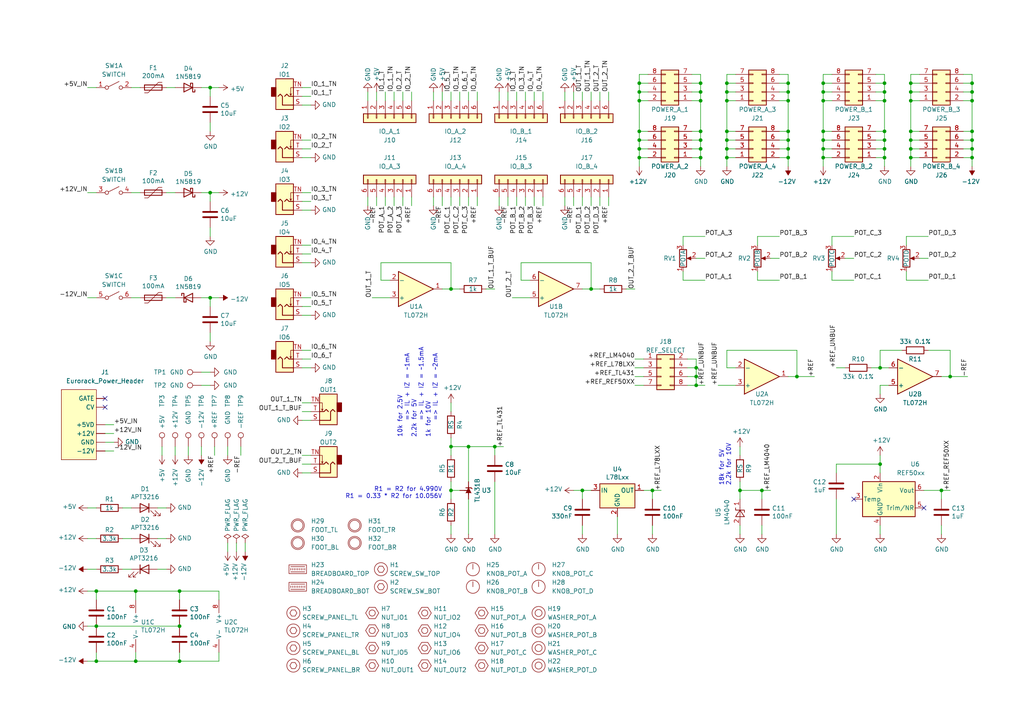
<source format=kicad_sch>
(kicad_sch (version 20230121) (generator eeschema)
  (paper "A4")
  (junction (at 201.93 106.68))
  (junction (at 143.51 129.54))
  (junction (at 238.76 43.18))
  (junction (at 256.54 43.18))
  (junction (at 228.6 45.72))
  (junction (at 228.6 24.13))
  (junction (at 203.2 43.18))
  (junction (at 130.81 142.24))
  (junction (at 256.54 40.64))
  (junction (at 203.2 29.21))
  (junction (at 228.6 43.18))
  (junction (at 27.94 191.77))
  (junction (at 238.76 24.13))
  (junction (at 238.76 38.1))
  (junction (at 275.59 109.22))
  (junction (at 168.91 142.24))
  (junction (at 228.6 40.64))
  (junction (at 273.05 142.24))
  (junction (at 27.94 171.45))
  (junction (at 130.81 83.82))
  (junction (at 203.2 26.67))
  (junction (at 201.93 109.22))
  (junction (at 135.89 129.54))
  (junction (at 264.16 40.64))
  (junction (at 281.94 29.21))
  (junction (at 210.82 45.72))
  (junction (at 210.82 26.67))
  (junction (at 238.76 29.21))
  (junction (at 210.82 38.1))
  (junction (at 255.27 106.68))
  (junction (at 203.2 24.13))
  (junction (at 238.76 40.64))
  (junction (at 203.2 38.1))
  (junction (at 203.2 40.64))
  (junction (at 264.16 45.72))
  (junction (at 281.94 45.72))
  (junction (at 210.82 29.21))
  (junction (at 60.96 25.4))
  (junction (at 228.6 29.21))
  (junction (at 228.6 38.1))
  (junction (at 27.94 181.61))
  (junction (at 256.54 45.72))
  (junction (at 238.76 45.72))
  (junction (at 185.42 29.21))
  (junction (at 185.42 38.1))
  (junction (at 189.23 142.24))
  (junction (at 264.16 26.67))
  (junction (at 281.94 43.18))
  (junction (at 185.42 24.13))
  (junction (at 228.6 26.67))
  (junction (at 281.94 26.67))
  (junction (at 281.94 40.64))
  (junction (at 52.07 191.77))
  (junction (at 201.93 111.76))
  (junction (at 185.42 45.72))
  (junction (at 60.96 55.88))
  (junction (at 52.07 171.45))
  (junction (at 264.16 29.21))
  (junction (at 256.54 38.1))
  (junction (at 256.54 26.67))
  (junction (at 220.98 142.24))
  (junction (at 60.96 86.36))
  (junction (at 171.45 83.82))
  (junction (at 255.27 134.62))
  (junction (at 210.82 43.18))
  (junction (at 210.82 24.13))
  (junction (at 130.81 129.54))
  (junction (at 264.16 43.18))
  (junction (at 185.42 26.67))
  (junction (at 39.37 191.77))
  (junction (at 264.16 24.13))
  (junction (at 281.94 38.1))
  (junction (at 256.54 24.13))
  (junction (at 210.82 40.64))
  (junction (at 52.07 181.61))
  (junction (at 214.63 142.24))
  (junction (at 264.16 38.1))
  (junction (at 256.54 29.21))
  (junction (at 39.37 171.45))
  (junction (at 238.76 26.67))
  (junction (at 185.42 40.64))
  (junction (at 231.14 109.22))
  (junction (at 203.2 45.72))
  (junction (at 185.42 43.18))
  (junction (at 281.94 24.13))
  (no_connect (at 247.65 144.78))
  (no_connect (at 267.97 147.32))
  (no_connect (at 30.48 118.11))
  (no_connect (at 30.48 115.57))
  (wire (pts (xy 214.63 142.24) (xy 220.98 142.24)))
  (wire (pts (xy 185.42 29.21) (xy 187.96 29.21)))
  (wire (pts (xy 264.16 45.72) (xy 266.7 45.72)))
  (wire (pts (xy 281.94 43.18) (xy 281.94 45.72)))
  (wire (pts (xy 273.05 142.24) (xy 275.59 142.24)))
  (wire (pts (xy 147.32 59.69) (xy 147.32 57.15)))
  (wire (pts (xy 60.96 111.76) (xy 58.42 111.76)))
  (wire (pts (xy 219.71 68.58) (xy 226.06 68.58)))
  (wire (pts (xy 214.63 152.4) (xy 214.63 154.94)))
  (wire (pts (xy 143.51 129.54) (xy 143.51 132.08)))
  (wire (pts (xy 87.63 101.6) (xy 90.17 101.6)))
  (wire (pts (xy 184.15 109.22) (xy 186.69 109.22)))
  (wire (pts (xy 254 21.59) (xy 256.54 21.59)))
  (wire (pts (xy 238.76 48.26) (xy 238.76 45.72)))
  (wire (pts (xy 38.1 25.4) (xy 40.64 25.4)))
  (wire (pts (xy 187.96 43.18) (xy 185.42 43.18)))
  (wire (pts (xy 171.45 59.69) (xy 171.45 57.15)))
  (wire (pts (xy 220.98 142.24) (xy 220.98 144.78)))
  (wire (pts (xy 27.94 171.45) (xy 39.37 171.45)))
  (wire (pts (xy 238.76 40.64) (xy 241.3 40.64)))
  (wire (pts (xy 87.63 104.14) (xy 90.17 104.14)))
  (wire (pts (xy 60.96 99.06) (xy 60.96 96.52)))
  (wire (pts (xy 210.82 48.26) (xy 210.82 45.72)))
  (wire (pts (xy 238.76 29.21) (xy 238.76 38.1)))
  (wire (pts (xy 238.76 26.67) (xy 241.3 26.67)))
  (wire (pts (xy 264.16 24.13) (xy 264.16 26.67)))
  (wire (pts (xy 241.3 71.12) (xy 241.3 68.58)))
  (wire (pts (xy 203.2 21.59) (xy 203.2 24.13)))
  (wire (pts (xy 119.38 59.69) (xy 119.38 57.15)))
  (wire (pts (xy 135.89 139.7) (xy 135.89 129.54)))
  (wire (pts (xy 273.05 152.4) (xy 273.05 154.94)))
  (wire (pts (xy 238.76 43.18) (xy 238.76 45.72)))
  (wire (pts (xy 184.15 106.68) (xy 186.69 106.68)))
  (wire (pts (xy 279.4 38.1) (xy 281.94 38.1)))
  (wire (pts (xy 87.63 30.48) (xy 90.17 30.48)))
  (wire (pts (xy 87.63 55.88) (xy 90.17 55.88)))
  (wire (pts (xy 241.3 21.59) (xy 238.76 21.59)))
  (wire (pts (xy 264.16 29.21) (xy 264.16 38.1)))
  (wire (pts (xy 231.14 109.22) (xy 236.22 109.22)))
  (wire (pts (xy 154.94 29.21) (xy 154.94 26.67)))
  (wire (pts (xy 213.36 38.1) (xy 210.82 38.1)))
  (wire (pts (xy 281.94 24.13) (xy 281.94 26.67)))
  (wire (pts (xy 200.66 26.67) (xy 203.2 26.67)))
  (wire (pts (xy 228.6 24.13) (xy 228.6 26.67)))
  (wire (pts (xy 111.76 59.69) (xy 111.76 57.15)))
  (wire (pts (xy 241.3 68.58) (xy 247.65 68.58)))
  (wire (pts (xy 130.81 83.82) (xy 128.27 83.82)))
  (wire (pts (xy 256.54 24.13) (xy 256.54 26.67)))
  (wire (pts (xy 60.96 88.9) (xy 60.96 86.36)))
  (wire (pts (xy 90.17 132.08) (xy 87.63 132.08)))
  (wire (pts (xy 130.81 139.7) (xy 130.81 142.24)))
  (wire (pts (xy 48.26 55.88) (xy 50.8 55.88)))
  (wire (pts (xy 87.63 25.4) (xy 90.17 25.4)))
  (wire (pts (xy 87.63 91.44) (xy 90.17 91.44)))
  (wire (pts (xy 219.71 81.28) (xy 226.06 81.28)))
  (wire (pts (xy 90.17 119.38) (xy 87.63 119.38)))
  (wire (pts (xy 25.4 165.1) (xy 27.94 165.1)))
  (wire (pts (xy 87.63 86.36) (xy 90.17 86.36)))
  (wire (pts (xy 185.42 48.26) (xy 185.42 45.72)))
  (wire (pts (xy 30.48 125.73) (xy 33.02 125.73)))
  (wire (pts (xy 133.35 59.69) (xy 133.35 57.15)))
  (wire (pts (xy 143.51 129.54) (xy 146.05 129.54)))
  (wire (pts (xy 52.07 191.77) (xy 63.5 191.77)))
  (wire (pts (xy 30.48 130.81) (xy 33.02 130.81)))
  (wire (pts (xy 27.94 181.61) (xy 52.07 181.61)))
  (wire (pts (xy 269.24 101.6) (xy 275.59 101.6)))
  (wire (pts (xy 38.1 86.36) (xy 40.64 86.36)))
  (wire (pts (xy 60.96 68.58) (xy 60.96 66.04)))
  (wire (pts (xy 168.91 142.24) (xy 171.45 142.24)))
  (wire (pts (xy 264.16 43.18) (xy 264.16 45.72)))
  (wire (pts (xy 66.04 129.54) (xy 66.04 132.08)))
  (wire (pts (xy 66.04 160.02) (xy 66.04 157.48)))
  (wire (pts (xy 201.93 111.76) (xy 204.47 111.76)))
  (wire (pts (xy 130.81 83.82) (xy 133.35 83.82)))
  (wire (pts (xy 176.53 29.21) (xy 176.53 26.67)))
  (wire (pts (xy 210.82 24.13) (xy 210.82 26.67)))
  (wire (pts (xy 171.45 76.2) (xy 171.45 83.82)))
  (wire (pts (xy 226.06 29.21) (xy 228.6 29.21)))
  (wire (pts (xy 90.17 134.62) (xy 87.63 134.62)))
  (wire (pts (xy 226.06 24.13) (xy 228.6 24.13)))
  (wire (pts (xy 213.36 21.59) (xy 210.82 21.59)))
  (wire (pts (xy 173.99 59.69) (xy 173.99 57.15)))
  (wire (pts (xy 87.63 73.66) (xy 90.17 73.66)))
  (wire (pts (xy 140.97 83.82) (xy 143.51 83.82)))
  (wire (pts (xy 110.49 76.2) (xy 130.81 76.2)))
  (wire (pts (xy 226.06 21.59) (xy 228.6 21.59)))
  (wire (pts (xy 210.82 106.68) (xy 210.82 101.6)))
  (wire (pts (xy 228.6 21.59) (xy 228.6 24.13)))
  (wire (pts (xy 130.81 29.21) (xy 130.81 26.67)))
  (wire (pts (xy 281.94 48.26) (xy 281.94 45.72)))
  (wire (pts (xy 210.82 26.67) (xy 210.82 29.21)))
  (wire (pts (xy 166.37 59.69) (xy 166.37 57.15)))
  (wire (pts (xy 157.48 59.69) (xy 157.48 57.15)))
  (wire (pts (xy 198.12 78.74) (xy 198.12 81.28)))
  (wire (pts (xy 214.63 139.7) (xy 214.63 142.24)))
  (wire (pts (xy 264.16 40.64) (xy 266.7 40.64)))
  (wire (pts (xy 149.86 59.69) (xy 149.86 57.15)))
  (wire (pts (xy 52.07 171.45) (xy 63.5 171.45)))
  (wire (pts (xy 264.16 38.1) (xy 264.16 40.64)))
  (wire (pts (xy 185.42 40.64) (xy 185.42 43.18)))
  (wire (pts (xy 138.43 29.21) (xy 138.43 26.67)))
  (wire (pts (xy 45.72 147.32) (xy 48.26 147.32)))
  (wire (pts (xy 39.37 191.77) (xy 39.37 189.23)))
  (wire (pts (xy 198.12 68.58) (xy 204.47 68.58)))
  (wire (pts (xy 186.69 142.24) (xy 189.23 142.24)))
  (wire (pts (xy 264.16 21.59) (xy 264.16 24.13)))
  (wire (pts (xy 147.32 29.21) (xy 147.32 26.67)))
  (wire (pts (xy 87.63 71.12) (xy 90.17 71.12)))
  (wire (pts (xy 242.57 144.78) (xy 242.57 154.94)))
  (wire (pts (xy 143.51 129.54) (xy 135.89 129.54)))
  (wire (pts (xy 168.91 142.24) (xy 168.91 144.78)))
  (wire (pts (xy 130.81 116.84) (xy 130.81 119.38)))
  (wire (pts (xy 201.93 106.68) (xy 201.93 109.22)))
  (wire (pts (xy 279.4 43.18) (xy 281.94 43.18)))
  (wire (pts (xy 87.63 76.2) (xy 90.17 76.2)))
  (wire (pts (xy 266.7 43.18) (xy 264.16 43.18)))
  (wire (pts (xy 262.89 68.58) (xy 269.24 68.58)))
  (wire (pts (xy 45.72 156.21) (xy 48.26 156.21)))
  (wire (pts (xy 130.81 152.4) (xy 130.81 154.94)))
  (wire (pts (xy 63.5 171.45) (xy 63.5 173.99)))
  (wire (pts (xy 163.83 29.21) (xy 163.83 26.67)))
  (wire (pts (xy 184.15 111.76) (xy 186.69 111.76)))
  (wire (pts (xy 200.66 43.18) (xy 203.2 43.18)))
  (wire (pts (xy 203.2 45.72) (xy 200.66 45.72)))
  (wire (pts (xy 128.27 59.69) (xy 128.27 57.15)))
  (wire (pts (xy 214.63 142.24) (xy 214.63 144.78)))
  (wire (pts (xy 168.91 152.4) (xy 168.91 154.94)))
  (wire (pts (xy 87.63 45.72) (xy 90.17 45.72)))
  (wire (pts (xy 39.37 171.45) (xy 39.37 173.99)))
  (wire (pts (xy 30.48 123.19) (xy 33.02 123.19)))
  (wire (pts (xy 213.36 43.18) (xy 210.82 43.18)))
  (wire (pts (xy 54.61 129.54) (xy 54.61 132.08)))
  (wire (pts (xy 273.05 142.24) (xy 267.97 142.24)))
  (wire (pts (xy 87.63 106.68) (xy 90.17 106.68)))
  (wire (pts (xy 203.2 48.26) (xy 203.2 45.72)))
  (wire (pts (xy 203.2 24.13) (xy 203.2 26.67)))
  (wire (pts (xy 238.76 26.67) (xy 238.76 29.21)))
  (wire (pts (xy 87.63 60.96) (xy 90.17 60.96)))
  (wire (pts (xy 275.59 101.6) (xy 275.59 109.22)))
  (wire (pts (xy 203.2 40.64) (xy 203.2 43.18)))
  (wire (pts (xy 125.73 59.69) (xy 125.73 57.15)))
  (wire (pts (xy 87.63 43.18) (xy 90.17 43.18)))
  (wire (pts (xy 25.4 86.36) (xy 27.94 86.36)))
  (wire (pts (xy 39.37 171.45) (xy 52.07 171.45)))
  (wire (pts (xy 201.93 104.14) (xy 201.93 106.68)))
  (wire (pts (xy 58.42 86.36) (xy 60.96 86.36)))
  (wire (pts (xy 166.37 142.24) (xy 168.91 142.24)))
  (wire (pts (xy 241.3 78.74) (xy 241.3 81.28)))
  (wire (pts (xy 185.42 29.21) (xy 185.42 38.1)))
  (wire (pts (xy 255.27 111.76) (xy 255.27 114.3)))
  (wire (pts (xy 119.38 29.21) (xy 119.38 26.67)))
  (wire (pts (xy 163.83 59.69) (xy 163.83 57.15)))
  (wire (pts (xy 106.68 59.69) (xy 106.68 57.15)))
  (wire (pts (xy 148.59 86.36) (xy 153.67 86.36)))
  (wire (pts (xy 50.8 129.54) (xy 50.8 132.08)))
  (wire (pts (xy 60.96 86.36) (xy 63.5 86.36)))
  (wire (pts (xy 256.54 43.18) (xy 256.54 45.72)))
  (wire (pts (xy 189.23 142.24) (xy 191.77 142.24)))
  (wire (pts (xy 187.96 21.59) (xy 185.42 21.59)))
  (wire (pts (xy 245.11 74.93) (xy 247.65 74.93)))
  (wire (pts (xy 242.57 134.62) (xy 255.27 134.62)))
  (wire (pts (xy 166.37 29.21) (xy 166.37 26.67)))
  (wire (pts (xy 171.45 83.82) (xy 173.99 83.82)))
  (wire (pts (xy 68.58 160.02) (xy 68.58 157.48)))
  (wire (pts (xy 203.2 29.21) (xy 203.2 38.1)))
  (wire (pts (xy 210.82 24.13) (xy 213.36 24.13)))
  (wire (pts (xy 281.94 45.72) (xy 279.4 45.72)))
  (wire (pts (xy 154.94 59.69) (xy 154.94 57.15)))
  (wire (pts (xy 171.45 29.21) (xy 171.45 26.67)))
  (wire (pts (xy 27.94 181.61) (xy 25.4 181.61)))
  (wire (pts (xy 228.6 48.26) (xy 228.6 45.72)))
  (wire (pts (xy 168.91 29.21) (xy 168.91 26.67)))
  (wire (pts (xy 60.96 107.95) (xy 58.42 107.95)))
  (wire (pts (xy 176.53 59.69) (xy 176.53 57.15)))
  (wire (pts (xy 238.76 45.72) (xy 241.3 45.72)))
  (wire (pts (xy 262.89 71.12) (xy 262.89 68.58)))
  (wire (pts (xy 152.4 59.69) (xy 152.4 57.15)))
  (wire (pts (xy 226.06 43.18) (xy 228.6 43.18)))
  (wire (pts (xy 184.15 104.14) (xy 186.69 104.14)))
  (wire (pts (xy 252.73 106.68) (xy 255.27 106.68)))
  (wire (pts (xy 210.82 29.21) (xy 210.82 38.1)))
  (wire (pts (xy 201.93 109.22) (xy 199.39 109.22)))
  (wire (pts (xy 168.91 59.69) (xy 168.91 57.15)))
  (wire (pts (xy 200.66 21.59) (xy 203.2 21.59)))
  (wire (pts (xy 281.94 21.59) (xy 281.94 24.13)))
  (wire (pts (xy 130.81 142.24) (xy 133.35 142.24)))
  (wire (pts (xy 264.16 29.21) (xy 266.7 29.21)))
  (wire (pts (xy 226.06 26.67) (xy 228.6 26.67)))
  (wire (pts (xy 39.37 191.77) (xy 52.07 191.77)))
  (wire (pts (xy 130.81 127) (xy 130.81 129.54)))
  (wire (pts (xy 171.45 83.82) (xy 168.91 83.82)))
  (wire (pts (xy 226.06 38.1) (xy 228.6 38.1)))
  (wire (pts (xy 210.82 40.64) (xy 213.36 40.64)))
  (wire (pts (xy 185.42 43.18) (xy 185.42 45.72)))
  (wire (pts (xy 255.27 101.6) (xy 261.62 101.6)))
  (wire (pts (xy 238.76 24.13) (xy 238.76 26.67)))
  (wire (pts (xy 48.26 25.4) (xy 50.8 25.4)))
  (wire (pts (xy 210.82 101.6) (xy 231.14 101.6)))
  (wire (pts (xy 30.48 128.27) (xy 33.02 128.27)))
  (wire (pts (xy 228.6 43.18) (xy 228.6 45.72)))
  (wire (pts (xy 27.94 156.21) (xy 25.4 156.21)))
  (wire (pts (xy 213.36 106.68) (xy 210.82 106.68)))
  (wire (pts (xy 238.76 21.59) (xy 238.76 24.13)))
  (wire (pts (xy 189.23 152.4) (xy 189.23 154.94)))
  (wire (pts (xy 210.82 45.72) (xy 213.36 45.72)))
  (wire (pts (xy 106.68 29.21) (xy 106.68 26.67)))
  (wire (pts (xy 219.71 71.12) (xy 219.71 68.58)))
  (wire (pts (xy 52.07 189.23) (xy 52.07 191.77)))
  (wire (pts (xy 255.27 137.16) (xy 255.27 134.62)))
  (wire (pts (xy 144.78 59.69) (xy 144.78 57.15)))
  (wire (pts (xy 130.81 76.2) (xy 130.81 83.82)))
  (wire (pts (xy 116.84 59.69) (xy 116.84 57.15)))
  (wire (pts (xy 185.42 24.13) (xy 185.42 26.67)))
  (wire (pts (xy 200.66 29.21) (xy 203.2 29.21)))
  (wire (pts (xy 210.82 21.59) (xy 210.82 24.13)))
  (wire (pts (xy 223.52 74.93) (xy 226.06 74.93)))
  (wire (pts (xy 238.76 38.1) (xy 238.76 40.64)))
  (wire (pts (xy 201.93 111.76) (xy 201.93 109.22)))
  (wire (pts (xy 38.1 156.21) (xy 35.56 156.21)))
  (wire (pts (xy 87.63 58.42) (xy 90.17 58.42)))
  (wire (pts (xy 231.14 101.6) (xy 231.14 109.22)))
  (wire (pts (xy 281.94 38.1) (xy 281.94 40.64)))
  (wire (pts (xy 241.3 81.28) (xy 247.65 81.28)))
  (wire (pts (xy 109.22 29.21) (xy 109.22 26.67)))
  (wire (pts (xy 189.23 142.24) (xy 189.23 144.78)))
  (wire (pts (xy 130.81 129.54) (xy 130.81 132.08)))
  (wire (pts (xy 153.67 81.28) (xy 151.13 81.28)))
  (wire (pts (xy 266.7 21.59) (xy 264.16 21.59)))
  (wire (pts (xy 255.27 134.62) (xy 255.27 132.08)))
  (wire (pts (xy 87.63 27.94) (xy 90.17 27.94)))
  (wire (pts (xy 228.6 26.67) (xy 228.6 29.21)))
  (wire (pts (xy 200.66 24.13) (xy 203.2 24.13)))
  (wire (pts (xy 238.76 40.64) (xy 238.76 43.18)))
  (wire (pts (xy 281.94 40.64) (xy 281.94 43.18)))
  (wire (pts (xy 254 24.13) (xy 256.54 24.13)))
  (wire (pts (xy 264.16 26.67) (xy 266.7 26.67)))
  (wire (pts (xy 52.07 171.45) (xy 52.07 173.99)))
  (wire (pts (xy 87.63 40.64) (xy 90.17 40.64)))
  (wire (pts (xy 185.42 21.59) (xy 185.42 24.13)))
  (wire (pts (xy 256.54 40.64) (xy 256.54 43.18)))
  (wire (pts (xy 60.96 27.94) (xy 60.96 25.4)))
  (wire (pts (xy 210.82 26.67) (xy 213.36 26.67)))
  (wire (pts (xy 27.94 171.45) (xy 27.94 173.99)))
  (wire (pts (xy 185.42 38.1) (xy 185.42 40.64)))
  (wire (pts (xy 46.99 129.54) (xy 46.99 132.08)))
  (wire (pts (xy 157.48 29.21) (xy 157.48 26.67)))
  (wire (pts (xy 203.2 38.1) (xy 203.2 40.64)))
  (wire (pts (xy 63.5 191.77) (xy 63.5 189.23)))
  (wire (pts (xy 107.95 86.36) (xy 113.03 86.36)))
  (wire (pts (xy 90.17 116.84) (xy 87.63 116.84)))
  (wire (pts (xy 275.59 109.22) (xy 273.05 109.22)))
  (wire (pts (xy 25.4 55.88) (xy 27.94 55.88)))
  (wire (pts (xy 143.51 139.7) (xy 143.51 154.94)))
  (wire (pts (xy 228.6 40.64) (xy 228.6 43.18)))
  (wire (pts (xy 135.89 144.78) (xy 135.89 154.94)))
  (wire (pts (xy 60.96 38.1) (xy 60.96 35.56)))
  (wire (pts (xy 254 29.21) (xy 256.54 29.21)))
  (wire (pts (xy 90.17 137.16) (xy 87.63 137.16)))
  (wire (pts (xy 27.94 189.23) (xy 27.94 191.77)))
  (wire (pts (xy 130.81 59.69) (xy 130.81 57.15)))
  (wire (pts (xy 219.71 78.74) (xy 219.71 81.28)))
  (wire (pts (xy 262.89 78.74) (xy 262.89 81.28)))
  (wire (pts (xy 210.82 43.18) (xy 210.82 45.72)))
  (wire (pts (xy 254 26.67) (xy 256.54 26.67)))
  (wire (pts (xy 125.73 29.21) (xy 125.73 26.67)))
  (wire (pts (xy 257.81 111.76) (xy 255.27 111.76)))
  (wire (pts (xy 214.63 132.08) (xy 214.63 129.54)))
  (wire (pts (xy 242.57 106.68) (xy 245.11 106.68)))
  (wire (pts (xy 38.1 55.88) (xy 40.64 55.88)))
  (wire (pts (xy 266.7 38.1) (xy 264.16 38.1)))
  (wire (pts (xy 135.89 59.69) (xy 135.89 57.15)))
  (wire (pts (xy 254 38.1) (xy 256.54 38.1)))
  (wire (pts (xy 273.05 144.78) (xy 273.05 142.24)))
  (wire (pts (xy 185.42 26.67) (xy 185.42 29.21)))
  (wire (pts (xy 173.99 29.21) (xy 173.99 26.67)))
  (wire (pts (xy 228.6 45.72) (xy 226.06 45.72)))
  (wire (pts (xy 198.12 81.28) (xy 204.47 81.28)))
  (wire (pts (xy 135.89 129.54) (xy 130.81 129.54)))
  (wire (pts (xy 279.4 26.67) (xy 281.94 26.67)))
  (wire (pts (xy 25.4 147.32) (xy 27.94 147.32)))
  (wire (pts (xy 210.82 40.64) (xy 210.82 43.18)))
  (wire (pts (xy 203.2 26.67) (xy 203.2 29.21)))
  (wire (pts (xy 264.16 40.64) (xy 264.16 43.18)))
  (wire (pts (xy 254 40.64) (xy 256.54 40.64)))
  (wire (pts (xy 138.43 59.69) (xy 138.43 57.15)))
  (wire (pts (xy 279.4 29.21) (xy 281.94 29.21)))
  (wire (pts (xy 149.86 29.21) (xy 149.86 26.67)))
  (wire (pts (xy 199.39 104.14) (xy 201.93 104.14)))
  (wire (pts (xy 144.78 29.21) (xy 144.78 26.67)))
  (wire (pts (xy 220.98 142.24) (xy 223.52 142.24)))
  (wire (pts (xy 241.3 38.1) (xy 238.76 38.1)))
  (wire (pts (xy 210.82 29.21) (xy 213.36 29.21)))
  (wire (pts (xy 114.3 59.69) (xy 114.3 57.15)))
  (wire (pts (xy 256.54 21.59) (xy 256.54 24.13)))
  (wire (pts (xy 264.16 26.67) (xy 264.16 29.21)))
  (wire (pts (xy 203.2 43.18) (xy 203.2 45.72)))
  (wire (pts (xy 187.96 38.1) (xy 185.42 38.1)))
  (wire (pts (xy 35.56 165.1) (xy 38.1 165.1)))
  (wire (pts (xy 27.94 191.77) (xy 39.37 191.77)))
  (wire (pts (xy 210.82 38.1) (xy 210.82 40.64)))
  (wire (pts (xy 264.16 24.13) (xy 266.7 24.13)))
  (wire (pts (xy 60.96 25.4) (xy 63.5 25.4)))
  (wire (pts (xy 201.93 74.93) (xy 204.47 74.93)))
  (wire (pts (xy 181.61 83.82) (xy 184.15 83.82)))
  (wire (pts (xy 45.72 165.1) (xy 48.26 165.1)))
  (wire (pts (xy 60.96 55.88) (xy 63.5 55.88)))
  (wire (pts (xy 25.4 25.4) (xy 27.94 25.4)))
  (wire (pts (xy 151.13 76.2) (xy 171.45 76.2)))
  (wire (pts (xy 110.49 81.28) (xy 110.49 76.2)))
  (wire (pts (xy 238.76 24.13) (xy 241.3 24.13)))
  (wire (pts (xy 109.22 59.69) (xy 109.22 57.15)))
  (wire (pts (xy 198.12 71.12) (xy 198.12 68.58)))
  (wire (pts (xy 179.07 149.86) (xy 179.07 154.94)))
  (wire (pts (xy 58.42 55.88) (xy 60.96 55.88)))
  (wire (pts (xy 238.76 29.21) (xy 241.3 29.21)))
  (wire (pts (xy 275.59 109.22) (xy 280.67 109.22)))
  (wire (pts (xy 241.3 43.18) (xy 238.76 43.18)))
  (wire (pts (xy 185.42 26.67) (xy 187.96 26.67)))
  (wire (pts (xy 256.54 26.67) (xy 256.54 29.21)))
  (wire (pts (xy 71.12 160.02) (xy 71.12 157.48)))
  (wire (pts (xy 128.27 29.21) (xy 128.27 26.67)))
  (wire (pts (xy 264.16 48.26) (xy 264.16 45.72)))
  (wire (pts (xy 208.28 111.76) (xy 213.36 111.76)))
  (wire (pts (xy 228.6 38.1) (xy 228.6 40.64)))
  (wire (pts (xy 152.4 29.21) (xy 152.4 26.67)))
  (wire (pts (xy 262.89 81.28) (xy 269.24 81.28)))
  (wire (pts (xy 130.81 144.78) (xy 130.81 142.24)))
  (wire (pts (xy 58.42 129.54) (xy 58.42 132.08)))
  (wire (pts (xy 242.57 137.16) (xy 242.57 134.62)))
  (wire (pts (xy 256.54 48.26) (xy 256.54 45.72)))
  (wire (pts (xy 62.23 129.54) (xy 62.23 132.08)))
  (wire (pts (xy 185.42 45.72) (xy 187.96 45.72)))
  (wire (pts (xy 69.85 129.54) (xy 69.85 132.08)))
  (wire (pts (xy 281.94 29.21) (xy 281.94 38.1)))
  (wire (pts (xy 279.4 21.59) (xy 281.94 21.59)))
  (wire (pts (xy 279.4 40.64) (xy 281.94 40.64)))
  (wire (pts (xy 25.4 171.45) (xy 27.94 171.45)))
  (wire (pts (xy 256.54 38.1) (xy 256.54 40.64)))
  (wire (pts (xy 27.94 191.77) (xy 25.4 191.77)))
  (wire (pts (xy 135.89 29.21) (xy 135.89 26.67)))
  (wire (pts (xy 35.56 147.32) (xy 38.1 147.32)))
  (wire (pts (xy 226.06 40.64) (xy 228.6 40.64)))
  (wire (pts (xy 256.54 29.21) (xy 256.54 38.1)))
  (wire (pts (xy 151.13 81.28) (xy 151.13 76.2)))
  (wire (pts (xy 256.54 45.72) (xy 254 45.72)))
  (wire (pts (xy 281.94 26.67) (xy 281.94 29.21)))
  (wire (pts (xy 113.03 81.28) (xy 110.49 81.28)))
  (wire (pts (xy 220.98 152.4) (xy 220.98 154.94)))
  (wire (pts (xy 58.42 25.4) (xy 60.96 25.4)))
  (wire (pts (xy 255.27 106.68) (xy 255.27 101.6)))
  (wire (pts (xy 133.35 29.21) (xy 133.35 26.67)))
  (wire (pts (xy 185.42 40.64) (xy 187.96 40.64)))
  (wire (pts (xy 255.27 106.68) (xy 257.81 106.68)))
  (wire (pts (xy 255.27 152.4) (xy 255.27 154.94)))
  (wire (pts (xy 116.84 29.21) (xy 116.84 26.67)))
  (wire (pts (xy 199.39 106.68) (xy 201.93 106.68)))
  (wire (pts (xy 231.14 109.22) (xy 228.6 109.22)))
  (wire (pts (xy 185.42 24.13) (xy 187.96 24.13)))
  (wire (pts (xy 228.6 29.21) (xy 228.6 38.1)))
  (wire (pts (xy 114.3 29.21) (xy 114.3 26.67)))
  (wire (pts (xy 254 43.18) (xy 256.54 43.18)))
  (wire (pts (xy 87.63 88.9) (xy 90.17 88.9)))
  (wire (pts (xy 200.66 40.64) (xy 203.2 40.64)))
  (wire (pts (xy 60.96 58.42) (xy 60.96 55.88)))
  (wire (pts (xy 200.66 38.1) (xy 203.2 38.1)))
  (wire (pts (xy 199.39 111.76) (xy 201.93 111.76)))
  (wire (pts (xy 90.17 121.92) (xy 87.63 121.92)))
  (wire (pts (xy 279.4 24.13) (xy 281.94 24.13)))
  (wire (pts (xy 48.26 86.36) (xy 50.8 86.36)))
  (wire (pts (xy 266.7 74.93) (xy 269.24 74.93)))
  (wire (pts (xy 111.76 29.21) (xy 111.76 26.67)))
  (text "18k for 5V\n2.2k for 10V" (at 212.09 140.97 90) (effects (font (size 1.27 1.27)) (justify left bottom)))
  (text "R1 = R2 for 4.990V\nR1 = 0.33 * R2 for 10.056V" (at 128.27 144.78 0) (effects (font (size 1.27 1.27)) (justify right bottom)))
  (text "10k for 2.5V\n	=> IL + IZ = ~1mA\n2.2k for 5V\n	=> IL + IZ = ~1.5mA\n1k for 10V\n	=> IL + IZ = ~2mA" (at 127 127 90) (effects (font (size 1.27 1.27)) (justify left bottom)))
  (label "IO_4_TN" (at 90.17 71.12 0))
  (label "POT_D_1" (at 168.91 59.69 270))
  (label "-REF" (at 69.85 132.08 270))
  (label "IO_2_TN" (at 119.38 26.67 90))
  (label "OUT_2_T" (at 173.99 26.67 90))
  (label "IO_2_T" (at 116.84 26.67 90))
  (label "OUT_1_T_BUF" (at 87.63 119.38 180))
  (label "+REF" (at 157.48 59.69 270))
  (label "IO_5_TN" (at 133.35 26.67 90))
  (label "-REF" (at 128.27 59.69 270))
  (label "POT_A_2" (at 114.3 59.69 270))
  (label "POT_A_2" (at 204.47 74.93 0))
  (label "POT_B_2" (at 226.06 74.93 0))
  (label "IO_6_T" (at 90.17 104.14 0))
  (label "POT_B_2" (at 152.4 59.69 270))
  (label "-REF" (at 166.37 59.69 270))
  (label "IO_4_TN" (at 157.48 26.67 90))
  (label "+REF_REF50XX" (at 275.59 142.24 90))
  (label "OUT_1_T" (at 168.91 26.67 90))
  (label "IO_3_TN" (at 152.4 26.67 90))
  (label "+12V_IN" (at 25.4 55.88 180))
  (label "POT_A_1" (at 204.47 81.28 0))
  (label "+REF" (at 236.22 109.22 90))
  (label "OUT_2_T_BUF" (at 184.15 83.82 90))
  (label "IO_1_TN" (at 90.17 25.4 0))
  (label "POT_B_3" (at 154.94 59.69 270))
  (label "-12V_IN" (at 33.02 130.81 0))
  (label "IO_5_TN" (at 90.17 86.36 0))
  (label "+REF_TL431" (at 184.15 109.22 180))
  (label "POT_B_1" (at 149.86 59.69 270))
  (label "IO_2_TN" (at 90.17 40.64 0))
  (label "IO_6_TN" (at 90.17 101.6 0))
  (label "POT_D_2" (at 269.24 74.93 0))
  (label "+REF_TL431" (at 146.05 129.54 90))
  (label "POT_D_2" (at 171.45 59.69 270))
  (label "+REF" (at 119.38 59.69 270))
  (label "OUT_1_T_BUF" (at 143.51 83.82 90))
  (label "OUT_2_T_BUF" (at 87.63 134.62 180))
  (label "+REF_LM4040" (at 223.52 142.24 90))
  (label "POT_A_1" (at 111.76 59.69 270))
  (label "+REF" (at 138.43 59.69 270))
  (label "+REF_UNBUF" (at 242.57 106.68 90))
  (label "+REF_UNBUF" (at 208.28 111.76 90))
  (label "IO_2_T" (at 90.17 43.18 0))
  (label "-REF" (at 109.22 59.69 270))
  (label "OUT_1_TN" (at 171.45 26.67 90))
  (label "POT_C_1" (at 130.81 59.69 270))
  (label "+REF_L78LXX" (at 191.77 142.24 90))
  (label "IO_5_T" (at 130.81 26.67 90))
  (label "POT_C_2" (at 133.35 59.69 270))
  (label "+12V_IN" (at 33.02 125.73 0))
  (label "POT_A_3" (at 204.47 68.58 0))
  (label "+REF_LM4040" (at 184.15 104.14 180))
  (label "IO_3_TN" (at 90.17 55.88 0))
  (label "+REF" (at 62.23 132.08 270))
  (label "-12V_IN" (at 25.4 86.36 180))
  (label "POT_B_3" (at 226.06 68.58 0))
  (label "-REF" (at 280.67 109.22 90))
  (label "OUT_1_TN" (at 87.63 116.84 180))
  (label "+5V_IN" (at 25.4 25.4 180))
  (label "OUT_2_T" (at 148.59 86.36 90))
  (label "POT_C_3" (at 135.89 59.69 270))
  (label "POT_C_2" (at 247.65 74.93 0))
  (label "OUT_2_TN" (at 87.63 132.08 180))
  (label "+5V_IN" (at 33.02 123.19 0))
  (label "IO_1_T" (at 90.17 27.94 0))
  (label "POT_C_3" (at 247.65 68.58 0))
  (label "-REF" (at 147.32 59.69 270))
  (label "POT_A_3" (at 116.84 59.69 270))
  (label "+REF_UNBUF" (at 204.47 111.76 90))
  (label "POT_D_1" (at 269.24 81.28 0))
  (label "IO_4_T" (at 90.17 73.66 0))
  (label "IO_3_T" (at 149.86 26.67 90))
  (label "POT_B_1" (at 226.06 81.28 0))
  (label "OUT_2_TN" (at 176.53 26.67 90))
  (label "IO_3_T" (at 90.17 58.42 0))
  (label "+REF_L78LXX" (at 184.15 106.68 180))
  (label "+REF" (at 176.53 59.69 270))
  (label "IO_1_TN" (at 114.3 26.67 90))
  (label "POT_D_3" (at 269.24 68.58 0))
  (label "IO_6_T" (at 135.89 26.67 90))
  (label "IO_1_T" (at 111.76 26.67 90))
  (label "IO_6_TN" (at 138.43 26.67 90))
  (label "IO_4_T" (at 154.94 26.67 90))
  (label "POT_D_3" (at 173.99 59.69 270))
  (label "+REF_REF50XX" (at 184.15 111.76 180))
  (label "POT_C_1" (at 247.65 81.28 0))
  (label "OUT_1_T" (at 107.95 86.36 90))
  (label "IO_5_T" (at 90.17 88.9 0))
  (symbol (lib_id "Device:Polyfuse") (at 44.45 25.4 270) (unit 1)
    (property "Reference" "F1" (at 44.45 19.685 90))
    (property "Value" "200mA" (at 44.45 21.9964 90))
    (property "Footprint" "Fuse:Fuse_1206_3216Metric_Pad1.42x1.75mm_HandSolder" (effects hide))
  )
  (symbol (lib_id "Diode:1N5819") (at 54.61 25.4 180) (unit 1)
    (property "Reference" "D4" (at 54.61 19.8882 0))
    (property "Value" "1N5819" (at 54.61 22.1996 0))
    (property "Footprint" "Protorack:D_SOD-123" (effects hide))
    (property "Datasheet" "http://www.vishay.com/docs/88525/1n5817.pdf" (effects hide))
  )
  (symbol (lib_id "power:GND") (at 33.02 128.27 90) (unit 1)
    (property "Reference" "#PWR07" (effects hide))
    (property "Value" "GND" (at 36.2712 128.143 90) (effects (justify right)))
  )
  (symbol (lib_id "Device:C") (at 60.96 31.75 0) (unit 1)
    (property "Reference" "C5" (at 63.881 30.5816 0) (effects (justify left)))
    (property "Value" "10uF" (at 63.881 32.893 0) (effects (justify left)))
    (property "Footprint" "Capacitor_SMD:C_1206_3216Metric_Pad1.33x1.80mm_HandSolder" (effects hide))
  )
  (symbol (lib_id "power:GND") (at 60.96 38.1 0) (unit 1)
    (property "Reference" "#PWR011" (effects hide))
    (property "Value" "GND" (at 61.087 42.4942 0))
  )
  (symbol (lib_id "power:+5V") (at 63.5 25.4 270) (unit 1)
    (property "Reference" "#PWR014" (effects hide))
    (property "Value" "+5V" (at 66.7512 25.781 90) (effects (justify left)))
  )
  (symbol (lib_id "Device:Polyfuse") (at 44.45 55.88 270) (unit 1)
    (property "Reference" "F2" (at 44.45 50.165 90))
    (property "Value" "100mA" (at 44.45 52.4764 90))
    (property "Footprint" "Fuse:Fuse_1206_3216Metric_Pad1.42x1.75mm_HandSolder" (effects hide))
  )
  (symbol (lib_id "Diode:1N5819") (at 54.61 55.88 180) (unit 1)
    (property "Reference" "D5" (at 54.61 50.3682 0))
    (property "Value" "1N5819" (at 54.61 52.6796 0))
    (property "Footprint" "Protorack:D_SOD-123" (effects hide))
    (property "Datasheet" "http://www.vishay.com/docs/88525/1n5817.pdf" (effects hide))
  )
  (symbol (lib_id "power:GND") (at 60.96 68.58 0) (unit 1)
    (property "Reference" "#PWR012" (effects hide))
    (property "Value" "GND" (at 61.087 72.9742 0))
  )
  (symbol (lib_id "Device:C") (at 60.96 62.23 0) (unit 1)
    (property "Reference" "C6" (at 63.881 61.0616 0) (effects (justify left)))
    (property "Value" "10uF" (at 63.881 63.373 0) (effects (justify left)))
    (property "Footprint" "Capacitor_SMD:C_1206_3216Metric_Pad1.33x1.80mm_HandSolder" (effects hide))
  )
  (symbol (lib_id "Device:Polyfuse") (at 44.45 86.36 270) (unit 1)
    (property "Reference" "F3" (at 44.45 80.645 90))
    (property "Value" "100mA" (at 44.45 82.9564 90))
    (property "Footprint" "Fuse:Fuse_1206_3216Metric_Pad1.42x1.75mm_HandSolder" (effects hide))
  )
  (symbol (lib_id "Diode:1N5819") (at 54.61 86.36 0) (unit 1)
    (property "Reference" "D6" (at 54.61 80.8482 0))
    (property "Value" "1N5819" (at 54.61 83.1596 0))
    (property "Footprint" "Protorack:D_SOD-123" (effects hide))
    (property "Datasheet" "http://www.vishay.com/docs/88525/1n5817.pdf" (effects hide))
  )
  (symbol (lib_id "power:GND") (at 60.96 99.06 0) (unit 1)
    (property "Reference" "#PWR013" (effects hide))
    (property "Value" "GND" (at 61.087 103.4542 0))
  )
  (symbol (lib_id "Device:C") (at 60.96 92.71 0) (unit 1)
    (property "Reference" "C7" (at 63.881 91.5416 0) (effects (justify left)))
    (property "Value" "10uF" (at 63.881 93.853 0) (effects (justify left)))
    (property "Footprint" "Capacitor_SMD:C_1206_3216Metric_Pad1.33x1.80mm_HandSolder" (effects hide))
  )
  (symbol (lib_id "power:+12V") (at 63.5 55.88 270) (unit 1)
    (property "Reference" "#PWR015" (effects hide))
    (property "Value" "+12V" (at 66.7512 56.261 90) (effects (justify left)))
  )
  (symbol (lib_id "power:-12V") (at 63.5 86.36 270) (unit 1)
    (property "Reference" "#PWR016" (effects hide))
    (property "Value" "-12V" (at 66.7512 86.741 90) (effects (justify left)))
  )
  (symbol (lib_id "Connector_Generic:Conn_02x04_Odd_Even") (at 195.58 26.67 180) (unit 1)
    (property "Reference" "J19" (at 194.31 34.29 0))
    (property "Value" "POWER_A_1" (at 194.31 31.75 0))
    (property "Footprint" "Connector_PinHeader_2.54mm:PinHeader_2x04_P2.54mm_Vertical_SMD" (effects hide))
  )
  (symbol (lib_id "Connector_Generic:Conn_02x04_Odd_Even") (at 195.58 43.18 180) (unit 1)
    (property "Reference" "J20" (at 194.31 50.8 0))
    (property "Value" "POWER_A_2" (at 194.31 48.26 0))
    (property "Footprint" "Connector_PinHeader_2.54mm:PinHeader_2x04_P2.54mm_Vertical_SMD" (effects hide))
  )
  (symbol (lib_id "Connector_Generic:Conn_02x04_Odd_Even") (at 218.44 26.67 0) (mirror x) (unit 1)
    (property "Reference" "J21" (at 219.71 34.29 0))
    (property "Value" "POWER_A_3" (at 219.71 31.75 0))
    (property "Footprint" "Connector_PinHeader_2.54mm:PinHeader_2x04_P2.54mm_Vertical_SMD" (effects hide))
  )
  (symbol (lib_id "Connector_Generic:Conn_02x04_Odd_Even") (at 218.44 43.18 0) (mirror x) (unit 1)
    (property "Reference" "J22" (at 219.71 50.8 0))
    (property "Value" "POWER_A_4" (at 219.71 48.26 0))
    (property "Footprint" "Connector_PinHeader_2.54mm:PinHeader_2x04_P2.54mm_Vertical_SMD" (effects hide))
  )
  (symbol (lib_id "Connector_Generic:Conn_02x04_Odd_Even") (at 191.77 106.68 0) (unit 1)
    (property "Reference" "J18" (at 193.04 99.06 0))
    (property "Value" "REF_SELECT" (at 193.04 101.6 0))
    (property "Footprint" "Connector_PinHeader_2.54mm:PinHeader_2x04_P2.54mm_Vertical_SMD" (effects hide))
  )
  (symbol (lib_id "power:GND") (at 203.2 48.26 0) (unit 1)
    (property "Reference" "#PWR052" (effects hide))
    (property "Value" "GND" (at 203.327 52.6542 0))
  )
  (symbol (lib_id "power:GND") (at 210.82 48.26 0) (unit 1)
    (property "Reference" "#PWR053" (effects hide))
    (property "Value" "GND" (at 210.947 52.6542 0))
  )
  (symbol (lib_id "power:+12V") (at 185.42 48.26 180) (unit 1)
    (property "Reference" "#PWR050" (effects hide))
    (property "Value" "+12V" (at 185.039 52.6542 0))
  )
  (symbol (lib_id "power:-12V") (at 228.6 48.26 180) (unit 1)
    (property "Reference" "#PWR057" (effects hide))
    (property "Value" "-12V" (at 228.219 52.6542 0))
  )
  (symbol (lib_id "Connector_Generic:Conn_02x04_Odd_Even") (at 248.92 26.67 180) (unit 1)
    (property "Reference" "J23" (at 247.65 34.29 0))
    (property "Value" "POWER_B_1" (at 247.65 31.75 0))
    (property "Footprint" "Connector_PinHeader_2.54mm:PinHeader_2x04_P2.54mm_Vertical_SMD" (effects hide))
  )
  (symbol (lib_id "Connector_Generic:Conn_02x04_Odd_Even") (at 248.92 43.18 180) (unit 1)
    (property "Reference" "J24" (at 247.65 50.8 0))
    (property "Value" "POWER_B_2" (at 247.65 48.26 0))
    (property "Footprint" "Connector_PinHeader_2.54mm:PinHeader_2x04_P2.54mm_Vertical_SMD" (effects hide))
  )
  (symbol (lib_id "Connector_Generic:Conn_02x04_Odd_Even") (at 271.78 26.67 0) (mirror x) (unit 1)
    (property "Reference" "J25" (at 273.05 34.29 0))
    (property "Value" "POWER_B_3" (at 273.05 31.75 0))
    (property "Footprint" "Connector_PinHeader_2.54mm:PinHeader_2x04_P2.54mm_Vertical_SMD" (effects hide))
  )
  (symbol (lib_id "Connector_Generic:Conn_02x04_Odd_Even") (at 271.78 43.18 0) (mirror x) (unit 1)
    (property "Reference" "J26" (at 273.05 50.8 0))
    (property "Value" "POWER_B_4" (at 273.05 48.26 0))
    (property "Footprint" "Connector_PinHeader_2.54mm:PinHeader_2x04_P2.54mm_Vertical_SMD" (effects hide))
  )
  (symbol (lib_id "power:GND") (at 256.54 48.26 0) (unit 1)
    (property "Reference" "#PWR063" (effects hide))
    (property "Value" "GND" (at 256.667 52.6542 0))
  )
  (symbol (lib_id "power:GND") (at 264.16 48.26 0) (unit 1)
    (property "Reference" "#PWR064" (effects hide))
    (property "Value" "GND" (at 264.287 52.6542 0))
  )
  (symbol (lib_id "power:+12V") (at 238.76 48.26 180) (unit 1)
    (property "Reference" "#PWR058" (effects hide))
    (property "Value" "+12V" (at 238.379 52.6542 0))
  )
  (symbol (lib_id "power:-12V") (at 281.94 48.26 180) (unit 1)
    (property "Reference" "#PWR066" (effects hide))
    (property "Value" "-12V" (at 281.559 52.6542 0))
  )
  (symbol (lib_id "Device:R_Potentiometer") (at 198.12 74.93 0) (mirror x) (unit 1)
    (property "Reference" "RV1" (at 194.31 74.93 0))
    (property "Value" "POTA" (at 198.12 74.93 90))
    (property "Footprint" "Protorack:Alpha_RV16AF-10-17K_SMD_Slot" (effects hide))
  )
  (symbol (lib_id "Reference_Voltage:TL431D") (at 135.89 142.24 90) (unit 1)
    (property "Reference" "U3" (at 139.7 142.24 90) (effects (justify right)))
    (property "Value" "TL431B" (at 138.43 142.24 0))
    (property "Footprint" "Package_SO:SOIC-8_3.9x4.9mm_P1.27mm" (effects hide))
    (property "Datasheet" "http://www.ti.com/lit/ds/symlink/tl431.pdf" (effects hide))
  )
  (symbol (lib_id "Device:R") (at 130.81 135.89 180) (unit 1)
    (property "Reference" "R5" (at 128.27 135.89 90))
    (property "Value" "R1" (at 130.81 135.89 90))
    (property "Footprint" "Resistor_SMD:R_0805_2012Metric_Pad1.20x1.40mm_HandSolder" (effects hide))
  )
  (symbol (lib_id "Device:R") (at 130.81 148.59 180) (unit 1)
    (property "Reference" "R6" (at 128.27 148.59 90))
    (property "Value" "R2" (at 130.81 148.59 90))
    (property "Footprint" "Resistor_SMD:R_0805_2012Metric_Pad1.20x1.40mm_HandSolder" (effects hide))
  )
  (symbol (lib_id "Device:R_Potentiometer") (at 219.71 74.93 0) (mirror x) (unit 1)
    (property "Reference" "RV2" (at 215.9 74.93 0))
    (property "Value" "POTB" (at 219.71 74.93 90))
    (property "Footprint" "Protorack:Alpha_RV16AF-10-17K_SMD_Slot" (effects hide))
  )
  (symbol (lib_id "Device:R_Potentiometer") (at 241.3 74.93 0) (mirror x) (unit 1)
    (property "Reference" "RV3" (at 237.49 74.93 0))
    (property "Value" "POTC" (at 241.3 74.93 90))
    (property "Footprint" "Protorack:Alpha_RV16AF-10-17K_SMD_Slot" (effects hide))
  )
  (symbol (lib_id "Device:R_Potentiometer") (at 262.89 74.93 0) (mirror x) (unit 1)
    (property "Reference" "RV4" (at 259.08 74.93 0))
    (property "Value" "POTD" (at 262.89 74.93 90))
    (property "Footprint" "Protorack:Alpha_RV16AF-10-17K_SMD_Slot" (effects hide))
  )
  (symbol (lib_id "Connector:AudioJack2_SwitchT") (at 82.55 27.94 0) (mirror x) (unit 1)
    (property "Reference" "J2" (at 82.55 19.05 0))
    (property "Value" "IO1" (at 82.55 21.59 0))
    (property "Footprint" "Protorack:QingPu_WQP-WQP518MA-BM_SMD" (effects hide))
  )
  (symbol (lib_id "power:GND") (at 90.17 30.48 90) (unit 1)
    (property "Reference" "#PWR019" (effects hide))
    (property "Value" "GND" (at 93.4212 30.353 90) (effects (justify right)))
  )
  (symbol (lib_id "Device:C") (at 168.91 148.59 0) (mirror x) (unit 1)
    (property "Reference" "C9" (at 166.0144 147.4216 0) (effects (justify right)))
    (property "Value" "330nF" (at 166.0144 149.733 0) (effects (justify right)))
    (property "Footprint" "Capacitor_SMD:C_0805_2012Metric_Pad1.18x1.45mm_HandSolder" (effects hide))
  )
  (symbol (lib_id "Device:C") (at 189.23 148.59 180) (unit 1)
    (property "Reference" "C10" (at 192.151 147.4216 0) (effects (justify right)))
    (property "Value" "100nF" (at 192.151 149.733 0) (effects (justify right)))
    (property "Footprint" "Capacitor_SMD:C_0805_2012Metric_Pad1.18x1.45mm_HandSolder" (effects hide))
  )
  (symbol (lib_id "power:GND") (at 90.17 45.72 90) (unit 1)
    (property "Reference" "#PWR020" (effects hide))
    (property "Value" "GND" (at 93.4212 45.593 90) (effects (justify right)))
  )
  (symbol (lib_id "Connector:AudioJack2_SwitchT") (at 82.55 43.18 0) (mirror x) (unit 1)
    (property "Reference" "J3" (at 82.55 34.29 0))
    (property "Value" "IO2" (at 82.55 36.83 0))
    (property "Footprint" "Protorack:QingPu_WQP-WQP518MA-BM_SMD" (effects hide))
  )
  (symbol (lib_id "power:GND") (at 90.17 60.96 90) (unit 1)
    (property "Reference" "#PWR021" (effects hide))
    (property "Value" "GND" (at 93.4212 60.833 90) (effects (justify right)))
  )
  (symbol (lib_id "Connector:AudioJack2_SwitchT") (at 82.55 58.42 0) (mirror x) (unit 1)
    (property "Reference" "J4" (at 82.55 49.53 0))
    (property "Value" "IO3" (at 82.55 52.07 0))
    (property "Footprint" "Protorack:QingPu_WQP-WQP518MA-BM_SMD" (effects hide))
  )
  (symbol (lib_id "power:GND") (at 90.17 76.2 90) (unit 1)
    (property "Reference" "#PWR022" (effects hide))
    (property "Value" "GND" (at 93.4212 76.073 90) (effects (justify right)))
  )
  (symbol (lib_id "Connector:AudioJack2_SwitchT") (at 82.55 73.66 0) (mirror x) (unit 1)
    (property "Reference" "J5" (at 82.55 64.77 0))
    (property "Value" "IO4" (at 82.55 67.31 0))
    (property "Footprint" "Protorack:QingPu_WQP-WQP518MA-BM_SMD" (effects hide))
  )
  (symbol (lib_id "power:GND") (at 90.17 91.44 90) (unit 1)
    (property "Reference" "#PWR023" (effects hide))
    (property "Value" "GND" (at 93.4212 91.313 90) (effects (justify right)))
  )
  (symbol (lib_id "Connector:AudioJack2_SwitchT") (at 82.55 88.9 0) (mirror x) (unit 1)
    (property "Reference" "J6" (at 82.55 80.01 0))
    (property "Value" "IO5" (at 82.55 82.55 0))
    (property "Footprint" "Protorack:QingPu_WQP-WQP518MA-BM_SMD" (effects hide))
  )
  (symbol (lib_id "power:GND") (at 90.17 106.68 90) (unit 1)
    (property "Reference" "#PWR024" (effects hide))
    (property "Value" "GND" (at 93.4212 106.553 90) (effects (justify right)))
  )
  (symbol (lib_id "Connector:AudioJack2_SwitchT") (at 82.55 104.14 0) (mirror x) (unit 1)
    (property "Reference" "J7" (at 82.55 95.25 0))
    (property "Value" "IO6" (at 82.55 97.79 0))
    (property "Footprint" "Protorack:QingPu_WQP-WQP518MA-BM_SMD" (effects hide))
  )
  (symbol (lib_id "power:GND") (at 87.63 121.92 270) (mirror x) (unit 1)
    (property "Reference" "#PWR017" (effects hide))
    (property "Value" "GND" (at 84.3788 121.793 90) (effects (justify right)))
  )
  (symbol (lib_id "Connector:AudioJack2_SwitchT") (at 95.25 119.38 180) (unit 1)
    (property "Reference" "J8" (at 95.25 110.49 0))
    (property "Value" "OUT1" (at 95.25 113.03 0))
    (property "Footprint" "Protorack:QingPu_WQP-WQP518MA-BM_SMD" (effects hide))
  )
  (symbol (lib_id "power:GND") (at 87.63 137.16 270) (mirror x) (unit 1)
    (property "Reference" "#PWR018" (effects hide))
    (property "Value" "GND" (at 84.3788 137.033 90) (effects (justify right)))
  )
  (symbol (lib_id "Connector:AudioJack2_SwitchT") (at 95.25 134.62 180) (unit 1)
    (property "Reference" "J9" (at 95.25 125.73 0))
    (property "Value" "OUT2" (at 95.25 128.27 0))
    (property "Footprint" "Protorack:QingPu_WQP-WQP518MA-BM_SMD" (effects hide))
  )
  (symbol (lib_id "Device:R") (at 130.81 123.19 0) (unit 1)
    (property "Reference" "R4" (at 133.35 123.19 90))
    (property "Value" "RS" (at 130.81 123.19 90))
    (property "Footprint" "Resistor_SMD:R_0805_2012Metric_Pad1.20x1.40mm_HandSolder" (effects hide))
  )
  (symbol (lib_id "power:+12V") (at 166.37 142.24 90) (unit 1)
    (property "Reference" "#PWR047" (effects hide))
    (property "Value" "+12V" (at 163.1188 141.859 90) (effects (justify left)))
  )
  (symbol (lib_id "Connector_Generic:Conn_01x06") (at 111.76 34.29 90) (mirror x) (unit 1)
    (property "Reference" "J10" (at 113.03 40.64 90))
    (property "Value" "IO_A_1" (at 113.03 38.1 90))
    (property "Footprint" "Protorack:Samtec_TSW-106-09-T-S-RA_Shortened_SMD" (effects hide))
  )
  (symbol (lib_id "Connector_Generic:Conn_01x06") (at 130.81 34.29 90) (mirror x) (unit 1)
    (property "Reference" "J12" (at 132.08 40.64 90))
    (property "Value" "IO_A_2" (at 132.08 38.1 90))
    (property "Footprint" "Protorack:Samtec_TSW-106-09-T-S-RA_Shortened_SMD" (effects hide))
  )
  (symbol (lib_id "power:+12V") (at 130.81 116.84 0) (unit 1)
    (property "Reference" "#PWR035" (effects hide))
    (property "Value" "+12V" (at 131.191 112.4458 0))
  )
  (symbol (lib_id "power:GND") (at 168.91 154.94 0) (unit 1)
    (property "Reference" "#PWR048" (effects hide))
    (property "Value" "GND" (at 169.037 159.3342 0))
  )
  (symbol (lib_id "power:GND") (at 179.07 154.94 0) (unit 1)
    (property "Reference" "#PWR049" (effects hide))
    (property "Value" "GND" (at 179.197 159.3342 0))
  )
  (symbol (lib_id "power:GND") (at 189.23 154.94 0) (unit 1)
    (property "Reference" "#PWR051" (effects hide))
    (property "Value" "GND" (at 189.357 159.3342 0))
  )
  (symbol (lib_id "Connector_Generic:Conn_01x06") (at 114.3 52.07 270) (mirror x) (unit 1)
    (property "Reference" "J11" (at 113.03 45.72 90))
    (property "Value" "IO_A_3" (at 113.03 48.26 90))
    (property "Footprint" "Protorack:Samtec_TSW-106-09-T-S-RA_Shortened_SMD" (effects hide))
  )
  (symbol (lib_id "Connector_Generic:Conn_01x06") (at 133.35 52.07 270) (mirror x) (unit 1)
    (property "Reference" "J13" (at 132.08 45.72 90))
    (property "Value" "IO_A_4" (at 132.08 48.26 90))
    (property "Footprint" "Protorack:Samtec_TSW-106-09-T-S-RA_Shortened_SMD" (effects hide))
  )
  (symbol (lib_id "Connector_Generic:Conn_01x06") (at 149.86 34.29 90) (mirror x) (unit 1)
    (property "Reference" "J14" (at 151.13 40.64 90))
    (property "Value" "IO_B_1" (at 151.13 38.1 90))
    (property "Footprint" "Protorack:Samtec_TSW-106-09-T-S-RA_Shortened_SMD" (effects hide))
  )
  (symbol (lib_id "Connector_Generic:Conn_01x06") (at 168.91 34.29 90) (mirror x) (unit 1)
    (property "Reference" "J16" (at 170.18 40.64 90))
    (property "Value" "IO_B_2" (at 170.18 38.1 90))
    (property "Footprint" "Protorack:Samtec_TSW-106-09-T-S-RA_Shortened_SMD" (effects hide))
  )
  (symbol (lib_id "Connector_Generic:Conn_01x06") (at 152.4 52.07 270) (mirror x) (unit 1)
    (property "Reference" "J15" (at 151.13 45.72 90))
    (property "Value" "IO_B_3" (at 151.13 48.26 90))
    (property "Footprint" "Protorack:Samtec_TSW-106-09-T-S-RA_Shortened_SMD" (effects hide))
  )
  (symbol (lib_id "Connector_Generic:Conn_01x06") (at 171.45 52.07 270) (mirror x) (unit 1)
    (property "Reference" "J17" (at 170.18 45.72 90))
    (property "Value" "IO_B_4" (at 170.18 48.26 90))
    (property "Footprint" "Protorack:Samtec_TSW-106-09-T-S-RA_Shortened_SMD" (effects hide))
  )
  (symbol (lib_id "power:GND") (at 130.81 154.94 0) (unit 1)
    (property "Reference" "#PWR036" (effects hide))
    (property "Value" "GND" (at 130.937 159.3342 0))
  )
  (symbol (lib_id "power:GND") (at 135.89 154.94 0) (unit 1)
    (property "Reference" "#PWR037" (effects hide))
    (property "Value" "GND" (at 136.017 159.3342 0))
  )
  (symbol (lib_id "power:GND") (at 106.68 26.67 0) (mirror x) (unit 1)
    (property "Reference" "#PWR029" (effects hide))
    (property "Value" "GND" (at 106.68 21.59 90))
  )
  (symbol (lib_id "Amplifier_Operational:TL072") (at 66.04 181.61 0) (unit 3)
    (property "Reference" "U2" (at 64.9732 180.4416 0) (effects (justify left)))
    (property "Value" "TL072H" (at 64.9732 182.753 0) (effects (justify left)))
    (property "Footprint" "Package_SO:SOIC-8_3.9x4.9mm_P1.27mm" (effects hide))
    (property "Datasheet" "http://www.ti.com/lit/ds/symlink/tl071.pdf" (effects hide))
  )
  (symbol (lib_id "Device:C") (at 52.07 177.8 0) (mirror y) (unit 1)
    (property "Reference" "C3" (at 54.991 176.6316 0) (effects (justify right)))
    (property "Value" "100nF" (at 54.991 178.943 0) (effects (justify right)))
    (property "Footprint" "Capacitor_SMD:C_0805_2012Metric_Pad1.18x1.45mm_HandSolder" (effects hide))
  )
  (symbol (lib_id "Device:C") (at 52.07 185.42 0) (mirror y) (unit 1)
    (property "Reference" "C4" (at 54.991 184.2516 0) (effects (justify right)))
    (property "Value" "100nF" (at 54.991 186.563 0) (effects (justify right)))
    (property "Footprint" "Capacitor_SMD:C_0805_2012Metric_Pad1.18x1.45mm_HandSolder" (effects hide))
  )
  (symbol (lib_id "power:+5V") (at 109.22 26.67 0) (unit 1)
    (property "Reference" "#PWR031" (effects hide))
    (property "Value" "+5V" (at 109.22 21.59 90))
  )
  (symbol (lib_id "power:GND") (at 144.78 26.67 0) (mirror x) (unit 1)
    (property "Reference" "#PWR041" (effects hide))
    (property "Value" "GND" (at 144.78 21.59 90))
  )
  (symbol (lib_id "power:+5V") (at 147.32 26.67 0) (unit 1)
    (property "Reference" "#PWR043" (effects hide))
    (property "Value" "+5V" (at 147.32 21.59 90))
  )
  (symbol (lib_id "power:GND") (at 125.73 26.67 0) (mirror x) (unit 1)
    (property "Reference" "#PWR032" (effects hide))
    (property "Value" "GND" (at 125.73 21.59 90))
  )
  (symbol (lib_id "power:+5V") (at 128.27 26.67 0) (unit 1)
    (property "Reference" "#PWR034" (effects hide))
    (property "Value" "+5V" (at 128.27 21.59 90))
  )
  (symbol (lib_id "power:GND") (at 163.83 26.67 0) (mirror x) (unit 1)
    (property "Reference" "#PWR044" (effects hide))
    (property "Value" "GND" (at 163.83 21.59 90))
  )
  (symbol (lib_id "power:+5V") (at 166.37 26.67 0) (unit 1)
    (property "Reference" "#PWR046" (effects hide))
    (property "Value" "+5V" (at 166.37 21.59 90))
  )
  (symbol (lib_id "power:GND") (at 106.68 59.69 0) (mirror y) (unit 1)
    (property "Reference" "#PWR030" (effects hide))
    (property "Value" "GND" (at 106.68 64.77 90))
  )
  (symbol (lib_id "Device:C") (at 143.51 135.89 180) (unit 1)
    (property "Reference" "C8" (at 146.431 134.7216 0) (effects (justify right)))
    (property "Value" "10uF" (at 146.431 137.033 0) (effects (justify right)))
    (property "Footprint" "Capacitor_SMD:C_1206_3216Metric_Pad1.33x1.80mm_HandSolder" (effects hide))
  )
  (symbol (lib_id "power:GND") (at 125.73 59.69 0) (mirror y) (unit 1)
    (property "Reference" "#PWR033" (effects hide))
    (property "Value" "GND" (at 125.73 64.77 90))
  )
  (symbol (lib_id "Amplifier_Operational:TL072") (at 265.43 109.22 0) (mirror x) (unit 2)
    (property "Reference" "U2" (at 265.43 114.3 0))
    (property "Value" "TL072H" (at 265.43 116.84 0))
    (property "Footprint" "Package_SO:SOIC-8_3.9x4.9mm_P1.27mm" (effects hide))
    (property "Datasheet" "http://www.ti.com/lit/ds/symlink/tl071.pdf" (effects hide))
  )
  (symbol (lib_id "power:GND") (at 144.78 59.69 0) (mirror y) (unit 1)
    (property "Reference" "#PWR042" (effects hide))
    (property "Value" "GND" (at 144.78 64.77 90))
  )
  (symbol (lib_id "power:GND") (at 163.83 59.69 0) (mirror y) (unit 1)
    (property "Reference" "#PWR045" (effects hide))
    (property "Value" "GND" (at 163.83 64.77 90))
  )
  (symbol (lib_id "Amplifier_Operational:TL072") (at 120.65 83.82 0) (mirror x) (unit 1)
    (property "Reference" "U1" (at 120.65 88.9 0))
    (property "Value" "TL072H" (at 120.65 91.44 0))
    (property "Footprint" "Package_SO:SOIC-8_3.9x4.9mm_P1.27mm" (effects hide))
    (property "Datasheet" "http://www.ti.com/lit/ds/symlink/tl071.pdf" (effects hide))
  )
  (symbol (lib_id "Amplifier_Operational:TL072") (at 220.98 109.22 0) (mirror x) (unit 1)
    (property "Reference" "U2" (at 220.98 114.3 0))
    (property "Value" "TL072H" (at 220.98 116.84 0))
    (property "Footprint" "Package_SO:SOIC-8_3.9x4.9mm_P1.27mm" (effects hide))
    (property "Datasheet" "http://www.ti.com/lit/ds/symlink/tl071.pdf" (effects hide))
  )
  (symbol (lib_id "Device:R") (at 137.16 83.82 270) (unit 1)
    (property "Reference" "R7" (at 137.16 81.28 90))
    (property "Value" "1k" (at 137.16 83.82 90))
    (property "Footprint" "Resistor_SMD:R_0805_2012Metric_Pad1.20x1.40mm_HandSolder" (effects hide))
  )
  (symbol (lib_id "power:GND") (at 143.51 154.94 0) (unit 1)
    (property "Reference" "#PWR040" (effects hide))
    (property "Value" "GND" (at 143.637 159.3342 0))
  )
  (symbol (lib_id "Device:R") (at 248.92 106.68 270) (unit 1)
    (property "Reference" "R10" (at 248.92 104.14 90))
    (property "Value" "33k 0.1%" (at 248.92 109.22 90))
    (property "Footprint" "Resistor_SMD:R_0805_2012Metric_Pad1.20x1.40mm_HandSolder" (effects hide))
  )
  (symbol (lib_id "Device:R") (at 265.43 101.6 270) (unit 1)
    (property "Reference" "R11" (at 265.43 104.14 90))
    (property "Value" "33k 0.1%" (at 265.43 99.06 90))
    (property "Footprint" "Resistor_SMD:R_0805_2012Metric_Pad1.20x1.40mm_HandSolder" (effects hide))
  )
  (symbol (lib_id "Amplifier_Operational:TL072") (at 161.29 83.82 0) (mirror x) (unit 2)
    (property "Reference" "U1" (at 161.29 88.9 0))
    (property "Value" "TL072H" (at 161.29 91.44 0))
    (property "Footprint" "Package_SO:SOIC-8_3.9x4.9mm_P1.27mm" (effects hide))
    (property "Datasheet" "http://www.ti.com/lit/ds/symlink/tl071.pdf" (effects hide))
  )
  (symbol (lib_id "Device:R") (at 177.8 83.82 270) (unit 1)
    (property "Reference" "R8" (at 177.8 81.28 90))
    (property "Value" "1k" (at 177.8 83.82 90))
    (property "Footprint" "Resistor_SMD:R_0805_2012Metric_Pad1.20x1.40mm_HandSolder" (effects hide))
  )
  (symbol (lib_id "Amplifier_Operational:TL072") (at 41.91 181.61 0) (unit 3)
    (property "Reference" "U1" (at 40.8432 180.4416 0) (effects (justify left)))
    (property "Value" "TL072H" (at 40.8432 182.753 0) (effects (justify left)))
    (property "Footprint" "Package_SO:SOIC-8_3.9x4.9mm_P1.27mm" (effects hide))
    (property "Datasheet" "http://www.ti.com/lit/ds/symlink/tl071.pdf" (effects hide))
  )
  (symbol (lib_id "Device:C") (at 27.94 177.8 0) (mirror y) (unit 1)
    (property "Reference" "C1" (at 30.861 176.6316 0) (effects (justify right)))
    (property "Value" "100nF" (at 30.861 178.943 0) (effects (justify right)))
    (property "Footprint" "Capacitor_SMD:C_0805_2012Metric_Pad1.18x1.45mm_HandSolder" (effects hide))
  )
  (symbol (lib_id "power:GND") (at 255.27 114.3 0) (unit 1)
    (property "Reference" "#PWR060" (effects hide))
    (property "Value" "GND" (at 255.397 118.6942 0))
  )
  (symbol (lib_id "Device:C") (at 27.94 185.42 0) (mirror y) (unit 1)
    (property "Reference" "C2" (at 30.861 184.2516 0) (effects (justify right)))
    (property "Value" "100nF" (at 30.861 186.563 0) (effects (justify right)))
    (property "Footprint" "Capacitor_SMD:C_0805_2012Metric_Pad1.18x1.45mm_HandSolder" (effects hide))
  )
  (symbol (lib_id "Device:R") (at 214.63 135.89 0) (unit 1)
    (property "Reference" "R9" (at 217.17 135.89 90))
    (property "Value" "RS" (at 214.63 135.89 90))
    (property "Footprint" "Resistor_SMD:R_0805_2012Metric_Pad1.20x1.40mm_HandSolder" (effects hide))
  )
  (symbol (lib_id "power:GND") (at 25.4 181.61 270) (unit 1)
    (property "Reference" "#PWR02" (effects hide))
    (property "Value" "GND" (at 22.1488 181.737 90) (effects (justify right)))
  )
  (symbol (lib_id "power:-12V") (at 25.4 191.77 90) (unit 1)
    (property "Reference" "#PWR03" (effects hide))
    (property "Value" "-12V" (at 22.1488 191.389 90) (effects (justify left)))
  )
  (symbol (lib_id "power:+12V") (at 25.4 171.45 90) (unit 1)
    (property "Reference" "#PWR01" (effects hide))
    (property "Value" "+12V" (at 22.1488 171.069 90) (effects (justify left)))
  )
  (symbol (lib_id "Regulator_Linear:L78L05_SOT89") (at 179.07 142.24 0) (unit 1)
    (property "Reference" "U4" (at 179.07 136.0932 0))
    (property "Value" "L78Lxx" (at 179.07 138.4046 0))
    (property "Footprint" "Protorack:SOT-89-3_ThermalReliefs" (effects hide))
    (property "Datasheet" "http://www.st.com/content/ccc/resource/technical/document/datasheet/15/55/e5/aa/23/5b/43/fd/CD00000446.pdf/files/CD00000446.pdf/jcr:content/translations/en.CD00000446.pdf" (effects hide))
  )
  (symbol (lib_id "Reference_Voltage:LM4040DBZ-5") (at 214.63 148.59 90) (unit 1)
    (property "Reference" "U5" (at 208.28 148.59 0))
    (property "Value" "LM4040" (at 210.82 148.59 0))
    (property "Footprint" "Package_TO_SOT_SMD:SOT-23" (effects hide))
    (property "Datasheet" "http://www.ti.com/lit/ds/symlink/lm4040-n.pdf" (effects hide))
  )
  (symbol (lib_id "power:+5V") (at 66.04 160.02 180) (unit 1)
    (property "Reference" "#PWR025" (effects hide))
    (property "Value" "+5V" (at 65.659 163.2712 90) (effects (justify left)))
  )
  (symbol (lib_id "Reference_Voltage:REF5050AD") (at 257.81 144.78 0) (unit 1)
    (property "Reference" "U6" (at 265.43 134.62 0))
    (property "Value" "REF50xx" (at 264.16 137.16 0))
    (property "Footprint" "Package_SO:SOIC-8_3.9x4.9mm_P1.27mm" (effects hide))
    (property "Datasheet" "http://www.ti.com/lit/ds/symlink/ref5030.pdf" (effects hide))
  )
  (symbol (lib_id "power:+12V") (at 68.58 160.02 180) (unit 1)
    (property "Reference" "#PWR026" (effects hide))
    (property "Value" "+12V" (at 68.199 163.2712 90) (effects (justify left)))
  )
  (symbol (lib_id "power:-12V") (at 71.12 160.02 180) (unit 1)
    (property "Reference" "#PWR027" (effects hide))
    (property "Value" "-12V" (at 70.739 163.2712 90) (effects (justify left)))
  )
  (symbol (lib_id "power:PWR_FLAG") (at 66.04 157.48 0) (unit 1)
    (property "Reference" "#FLG01" (effects hide))
    (property "Value" "PWR_FLAG" (at 66.04 154.2288 90) (effects (justify left)))
  )
  (symbol (lib_id "power:PWR_FLAG") (at 68.58 157.48 0) (unit 1)
    (property "Reference" "#FLG02" (effects hide))
    (property "Value" "PWR_FLAG" (at 68.58 154.2288 90) (effects (justify left)))
  )
  (symbol (lib_id "power:PWR_FLAG") (at 71.12 157.48 0) (unit 1)
    (property "Reference" "#FLG03" (effects hide))
    (property "Value" "PWR_FLAG" (at 71.12 154.2288 90) (effects (justify left)))
  )
  (symbol (lib_id "power:GND") (at 214.63 154.94 0) (unit 1)
    (property "Reference" "#PWR055" (effects hide))
    (property "Value" "GND" (at 214.757 159.3342 0))
  )
  (symbol (lib_id "Device:C") (at 220.98 148.59 180) (unit 1)
    (property "Reference" "C11" (at 223.901 147.4216 0) (effects (justify right)))
    (property "Value" "100nF" (at 223.901 149.733 0) (effects (justify right)))
    (property "Footprint" "Capacitor_SMD:C_0805_2012Metric_Pad1.18x1.45mm_HandSolder" (effects hide))
  )
  (symbol (lib_id "power:GND") (at 220.98 154.94 0) (unit 1)
    (property "Reference" "#PWR056" (effects hide))
    (property "Value" "GND" (at 221.107 159.3342 0))
  )
  (symbol (lib_id "power:+12V") (at 214.63 129.54 0) (unit 1)
    (property "Reference" "#PWR054" (effects hide))
    (property "Value" "+12V" (at 215.011 125.1458 0))
  )
  (symbol (lib_id "Connector:TestPoint") (at 58.42 107.95 90) (unit 1)
    (property "Reference" "TP1" (at 48.26 107.95 90) (effects (justify left)))
    (property "Value" "GND" (at 53.34 107.95 90) (effects (justify left)))
    (property "Footprint" "TestPoint:TestPoint_THTPad_D1.5mm_Drill0.7mm" (effects hide))
  )
  (symbol (lib_id "Device:C") (at 273.05 148.59 180) (unit 1)
    (property "Reference" "C13" (at 275.971 147.4216 0) (effects (justify right)))
    (property "Value" "1uF" (at 275.971 149.733 0) (effects (justify right)))
    (property "Footprint" "Capacitor_SMD:C_0805_2012Metric_Pad1.18x1.45mm_HandSolder" (effects hide))
  )
  (symbol (lib_id "Connector:TestPoint") (at 58.42 111.76 90) (unit 1)
    (property "Reference" "TP2" (at 48.26 111.76 90) (effects (justify left)))
    (property "Value" "GND" (at 53.34 111.76 90) (effects (justify left)))
    (property "Footprint" "TestPoint:TestPoint_THTPad_D1.5mm_Drill0.7mm" (effects hide))
  )
  (symbol (lib_id "power:GND") (at 60.96 107.95 90) (unit 1)
    (property "Reference" "#PWR038" (effects hide))
    (property "Value" "GND" (at 64.77 107.95 90) (effects (justify right)))
  )
  (symbol (lib_id "power:+12V") (at 255.27 132.08 0) (unit 1)
    (property "Reference" "#PWR061" (effects hide))
    (property "Value" "+12V" (at 255.651 127.6858 0))
  )
  (symbol (lib_id "power:GND") (at 60.96 111.76 90) (unit 1)
    (property "Reference" "#PWR039" (effects hide))
    (property "Value" "GND" (at 64.77 111.76 90) (effects (justify right)))
  )
  (symbol (lib_id "Device:C") (at 242.57 140.97 0) (mirror x) (unit 1)
    (property "Reference" "C12" (at 239.649 139.8016 0) (effects (justify right)))
    (property "Value" "1uF" (at 239.649 142.113 0) (effects (justify right)))
    (property "Footprint" "Capacitor_SMD:C_0805_2012Metric_Pad1.18x1.45mm_HandSolder" (effects hide))
  )
  (symbol (lib_id "power:GND") (at 255.27 154.94 0) (unit 1)
    (property "Reference" "#PWR062" (effects hide))
    (property "Value" "GND" (at 255.397 159.3342 0))
  )
  (symbol (lib_id "power:GND") (at 273.05 154.94 0) (unit 1)
    (property "Reference" "#PWR065" (effects hide))
    (property "Value" "GND" (at 273.177 159.3342 0))
  )
  (symbol (lib_id "power:GND") (at 242.57 154.94 0) (unit 1)
    (property "Reference" "#PWR059" (effects hide))
    (property "Value" "GND" (at 242.697 159.3342 0))
  )
  (symbol (lib_id "Device:LED") (at 41.91 147.32 0) (mirror y) (unit 1)
    (property "Reference" "D1" (at 42.0878 141.8082 0))
    (property "Value" "APT3216" (at 42.0878 144.1196 0))
    (property "Footprint" "Protorack:LED_1206_3216Metric_ReverseMount_HandSolder" (effects hide))
  )
  (symbol (lib_id "Device:R") (at 31.75 147.32 270) (unit 1)
    (property "Reference" "R1" (at 31.75 144.78 90))
    (property "Value" "1k" (at 31.75 147.32 90))
    (property "Footprint" "Resistor_SMD:R_0805_2012Metric_Pad1.20x1.40mm_HandSolder" (effects hide))
  )
  (symbol (lib_id "Device:LED") (at 41.91 156.21 0) (mirror y) (unit 1)
    (property "Reference" "D2" (at 42.0878 150.6982 0))
    (property "Value" "APT3216" (at 42.0878 153.0096 0))
    (property "Footprint" "Protorack:LED_1206_3216Metric_ReverseMount_HandSolder" (effects hide))
  )
  (symbol (lib_id "Device:R") (at 31.75 156.21 270) (unit 1)
    (property "Reference" "R2" (at 31.75 153.67 90))
    (property "Value" "3.3k" (at 31.75 156.21 90))
    (property "Footprint" "Resistor_SMD:R_0805_2012Metric_Pad1.20x1.40mm_HandSolder" (effects hide))
  )
  (symbol (lib_id "Device:LED") (at 41.91 165.1 0) (unit 1)
    (property "Reference" "D3" (at 41.7322 159.5882 0))
    (property "Value" "APT3216" (at 41.7322 161.8996 0))
    (property "Footprint" "Protorack:LED_1206_3216Metric_ReverseMount_HandSolder" (effects hide))
  )
  (symbol (lib_id "Device:R") (at 31.75 165.1 270) (unit 1)
    (property "Reference" "R3" (at 31.75 162.56 90))
    (property "Value" "3.3k" (at 31.75 165.1 90))
    (property "Footprint" "Resistor_SMD:R_0805_2012Metric_Pad1.20x1.40mm_HandSolder" (effects hide))
  )
  (symbol (lib_id "power:GND") (at 48.26 165.1 90) (unit 1)
    (property "Reference" "#PWR010" (effects hide))
    (property "Value" "GND" (at 51.5112 164.973 90) (effects (justify right)))
  )
  (symbol (lib_id "power:GND") (at 48.26 156.21 90) (unit 1)
    (property "Reference" "#PWR09" (effects hide))
    (property "Value" "GND" (at 51.5112 156.083 90) (effects (justify right)))
  )
  (symbol (lib_id "power:GND") (at 48.26 147.32 90) (unit 1)
    (property "Reference" "#PWR08" (effects hide))
    (property "Value" "GND" (at 51.5112 147.193 90) (effects (justify right)))
  )
  (symbol (lib_id "power:+12V") (at 25.4 156.21 90) (unit 1)
    (property "Reference" "#PWR05" (effects hide))
    (property "Value" "+12V" (at 22.1488 155.829 90) (effects (justify left)))
  )
  (symbol (lib_id "power:-12V") (at 25.4 165.1 90) (unit 1)
    (property "Reference" "#PWR06" (effects hide))
    (property "Value" "-12V" (at 22.1488 164.719 90) (effects (justify left)))
  )
  (symbol (lib_id "power:+5V") (at 25.4 147.32 90) (unit 1)
    (property "Reference" "#PWR04" (effects hide))
    (property "Value" "+5V" (at 22.1488 146.939 90) (effects (justify left)))
  )
  (symbol (lib_id "Protorack:SW_3PST") (at 33.02 25.4 0) (unit 1)
    (property "Reference" "SW1" (at 33.02 19.05 0))
    (property "Value" "SWITCH" (at 33.02 21.59 0))
    (property "Footprint" "Protorack:CW_GF-161-3011_SMD" (effects hide))
  )
  (symbol (lib_id "Protorack:SW_3PST") (at 33.02 55.88 0) (unit 2)
    (property "Reference" "SW1" (at 33.02 49.53 0))
    (property "Value" "SWITCH" (at 33.02 52.07 0))
    (property "Footprint" "Protorack:CW_GF-161-3011_SMD" (effects hide))
  )
  (symbol (lib_id "Protorack:SW_3PST") (at 33.02 86.36 0) (unit 3)
    (property "Reference" "SW1" (at 33.02 80.01 0))
    (property "Value" "SWITCH" (at 33.02 82.55 0))
    (property "Footprint" "Protorack:CW_GF-161-3011_SMD" (effects hide))
  )
  (symbol (lib_id "power:GND") (at 66.04 132.08 0) (unit 1)
    (property "Reference" "#PWR0105" (effects hide))
    (property "Value" "GND" (at 66.04 135.89 90) (effects (justify right)))
  )
  (symbol (lib_id "Protorack:Rubber_Foot") (at 102.87 152.4 0) (unit 1)
    (property "Reference" "H31" (at 106.68 151.1299 0) (effects (justify left)))
    (property "Value" "FOOT_TR" (at 106.68 153.6699 0) (effects (justify left)))
    (property "Footprint" "Protorack:3M_SJ-5023" (effects hide))
  )
  (symbol (lib_id "Protorack:Knob") (at 137.16 165.1 0) (unit 1)
    (property "Reference" "H25" (at 140.97 163.8299 0) (effects (justify left)))
    (property "Value" "KNOB_POT_A" (at 140.97 166.3699 0) (effects (justify left)))
    (property "Footprint" "Protorack:Sifam_3-03-TPN130-006" (effects hide))
  )
  (symbol (lib_id "Protorack:Screw") (at 85.09 177.8 180) (unit 1)
    (property "Reference" "H3" (at 87.63 176.53 0) (effects (justify right)))
    (property "Value" "SCREW_PANEL_TL" (at 87.63 179.07 0) (effects (justify right)))
    (property "Footprint" "Protorack:Screw_ISO7380_M3x6" (effects hide))
  )
  (symbol (lib_id "Protorack:Screw") (at 85.09 193.04 180) (unit 1)
    (property "Reference" "H6" (at 87.63 191.77 0) (effects (justify right)))
    (property "Value" "SCREW_PANEL_BR" (at 87.63 194.31 0) (effects (justify right)))
    (property "Footprint" "Protorack:Screw_ISO7380_M3x6" (effects hide))
  )
  (symbol (lib_id "Protorack:Eurorack_Power_Header") (at 22.86 123.19 0) (unit 1)
    (property "Reference" "J1" (at 30.48 107.95 0))
    (property "Value" "Eurorack_Power_Header" (at 30.48 110.49 0))
    (property "Footprint" "Protorack:Eurorack_Power_Header_2x08_SMD_HandSolder" (effects hide))
  )
  (symbol (lib_id "Protorack:Nut") (at 123.19 193.04 0) (unit 1)
    (property "Reference" "H14" (at 125.73 191.77 0) (effects (justify left)))
    (property "Value" "NUT_OUT2" (at 125.73 194.31 0) (effects (justify left)))
    (property "Footprint" "Protorack:Nut_M6x2mm_Knurled" (effects hide))
  )
  (symbol (lib_id "Connector:TestPoint") (at 69.85 129.54 0) (unit 1)
    (property "Reference" "TP9" (at 69.85 118.11 90) (effects (justify left)))
    (property "Value" "-REF" (at 69.85 124.46 90) (effects (justify left)))
    (property "Footprint" "TestPoint:TestPoint_Pad_D1.5mm" (effects hide))
  )
  (symbol (lib_id "power:-12V") (at 58.42 132.08 180) (unit 1)
    (property "Reference" "#PWR0103" (effects hide))
    (property "Value" "-12V" (at 58.42 135.89 90) (effects (justify left)))
  )
  (symbol (lib_id "Protorack:Nut") (at 139.7 187.96 0) (unit 1)
    (property "Reference" "H17" (at 142.24 186.69 0) (effects (justify left)))
    (property "Value" "NUT_POT_C" (at 142.24 189.23 0) (effects (justify left)))
    (property "Footprint" "Protorack:Nut_M7x2mm_Black" (effects hide))
  )
  (symbol (lib_id "Protorack:Screw") (at 110.49 170.18 180) (unit 1)
    (property "Reference" "H2" (at 113.03 168.91 0) (effects (justify right)))
    (property "Value" "SCREW_SW_BOT" (at 113.03 171.45 0) (effects (justify right)))
    (property "Footprint" "Protorack:Screw_ISO7380_M2-5x6" (effects hide))
  )
  (symbol (lib_id "power:+5V") (at 46.99 132.08 180) (unit 1)
    (property "Reference" "#PWR0101" (effects hide))
    (property "Value" "+5V" (at 46.99 135.89 90) (effects (justify left)))
  )
  (symbol (lib_id "Protorack:Nut") (at 123.19 182.88 0) (unit 1)
    (property "Reference" "H12" (at 125.73 181.61 0) (effects (justify left)))
    (property "Value" "NUT_IO4" (at 125.73 184.15 0) (effects (justify left)))
    (property "Footprint" "Protorack:Nut_M6x2mm_Knurled" (effects hide))
  )
  (symbol (lib_id "Protorack:Breadboard_MB-102") (at 86.36 165.1 0) (unit 1)
    (property "Reference" "H23" (at 90.17 163.8299 0) (effects (justify left)))
    (property "Value" "BREADBOARD_TOP" (at 90.17 166.3699 0) (effects (justify left)))
    (property "Footprint" "Protorack:Breadboard_MB-102" (effects hide))
  )
  (symbol (lib_id "Protorack:Screw") (at 85.09 182.88 180) (unit 1)
    (property "Reference" "H4" (at 87.63 181.61 0) (effects (justify right)))
    (property "Value" "SCREW_PANEL_TR" (at 87.63 184.15 0) (effects (justify right)))
    (property "Footprint" "Protorack:Screw_ISO7380_M3x6" (effects hide))
  )
  (symbol (lib_id "Protorack:Nut") (at 107.95 193.04 0) (unit 1)
    (property "Reference" "H10" (at 110.49 191.77 0) (effects (justify left)))
    (property "Value" "NUT_OUT1" (at 110.49 194.31 0) (effects (justify left)))
    (property "Footprint" "Protorack:Nut_M6x2mm_Knurled" (effects hide))
  )
  (symbol (lib_id "Connector:TestPoint") (at 46.99 129.54 0) (unit 1)
    (property "Reference" "TP3" (at 46.99 118.11 90) (effects (justify left)))
    (property "Value" "+5V" (at 46.99 124.46 90) (effects (justify left)))
    (property "Footprint" "TestPoint:TestPoint_Pad_D1.5mm" (effects hide))
  )
  (symbol (lib_id "Protorack:Rubber_Foot") (at 86.36 152.4 0) (unit 1)
    (property "Reference" "H29" (at 90.17 151.1299 0) (effects (justify left)))
    (property "Value" "FOOT_TL" (at 90.17 153.6699 0) (effects (justify left)))
    (property "Footprint" "Protorack:3M_SJ-5023" (effects hide))
  )
  (symbol (lib_id "Protorack:Screw") (at 110.49 165.1 180) (unit 1)
    (property "Reference" "H1" (at 113.03 163.83 0) (effects (justify right)))
    (property "Value" "SCREW_SW_TOP" (at 113.03 166.37 0) (effects (justify right)))
    (property "Footprint" "Protorack:Screw_ISO7380_M2-5x6" (effects hide))
  )
  (symbol (lib_id "Protorack:Knob") (at 137.16 170.18 0) (unit 1)
    (property "Reference" "H26" (at 140.97 168.9099 0) (effects (justify left)))
    (property "Value" "KNOB_POT_B" (at 140.97 171.4499 0) (effects (justify left)))
    (property "Footprint" "Protorack:Sifam_3-03-TPN130-006" (effects hide))
  )
  (symbol (lib_id "Protorack:Nut") (at 139.7 182.88 0) (unit 1)
    (property "Reference" "H16" (at 142.24 181.61 0) (effects (justify left)))
    (property "Value" "NUT_POT_B" (at 142.24 184.15 0) (effects (justify left)))
    (property "Footprint" "Protorack:Nut_M7x2mm_Black" (effects hide))
  )
  (symbol (lib_id "Protorack:Knob") (at 156.21 170.18 0) (unit 1)
    (property "Reference" "H28" (at 160.02 168.9099 0) (effects (justify left)))
    (property "Value" "KNOB_POT_D" (at 160.02 171.4499 0) (effects (justify left)))
    (property "Footprint" "Protorack:Sifam_3-03-TPN130-006" (effects hide))
  )
  (symbol (lib_id "power:GND") (at 54.61 132.08 0) (unit 1)
    (property "Reference" "#PWR0104" (effects hide))
    (property "Value" "GND" (at 54.61 135.89 90) (effects (justify right)))
  )
  (symbol (lib_id "Connector:TestPoint") (at 50.8 129.54 0) (unit 1)
    (property "Reference" "TP4" (at 50.8 118.11 90) (effects (justify left)))
    (property "Value" "+12V" (at 50.8 124.46 90) (effects (justify left)))
    (property "Footprint" "TestPoint:TestPoint_Pad_D1.5mm" (effects hide))
  )
  (symbol (lib_id "power:+12V") (at 50.8 132.08 180) (unit 1)
    (property "Reference" "#PWR0102" (effects hide))
    (property "Value" "+12V" (at 50.8 135.89 90) (effects (justify left)))
  )
  (symbol (lib_id "Protorack:Breadboard_MB-102") (at 86.36 170.18 0) (unit 1)
    (property "Reference" "H24" (at 90.17 168.9099 0) (effects (justify left)))
    (property "Value" "BREADBOARD_BOT" (at 90.17 171.4499 0) (effects (justify left)))
    (property "Footprint" "Protorack:Breadboard_MB-102" (effects hide))
  )
  (symbol (lib_id "Protorack:Rubber_Foot") (at 102.87 157.48 0) (unit 1)
    (property "Reference" "H32" (at 106.68 156.2099 0) (effects (justify left)))
    (property "Value" "FOOT_BR" (at 106.68 158.7499 0) (effects (justify left)))
    (property "Footprint" "Protorack:3M_SJ-5023" (effects hide))
  )
  (symbol (lib_id "Protorack:Nut") (at 139.7 193.04 0) (unit 1)
    (property "Reference" "H18" (at 142.24 191.77 0) (effects (justify left)))
    (property "Value" "NUT_POT_D" (at 142.24 194.31 0) (effects (justify left)))
    (property "Footprint" "Protorack:Nut_M7x2mm_Black" (effects hide))
  )
  (symbol (lib_id "Protorack:Nut") (at 107.95 187.96 0) (unit 1)
    (property "Reference" "H9" (at 110.49 186.69 0) (effects (justify left)))
    (property "Value" "NUT_IO5" (at 110.49 189.23 0) (effects (justify left)))
    (property "Footprint" "Protorack:Nut_M6x2mm_Knurled" (effects hide))
  )
  (symbol (lib_id "Connector:TestPoint") (at 62.23 129.54 0) (unit 1)
    (property "Reference" "TP7" (at 62.23 118.11 90) (effects (justify left)))
    (property "Value" "+REF" (at 62.23 124.46 90) (effects (justify left)))
    (property "Footprint" "TestPoint:TestPoint_Pad_D1.5mm" (effects hide))
  )
  (symbol (lib_id "Protorack:Washer") (at 156.21 177.8 0) (unit 1)
    (property "Reference" "H19" (at 158.75 176.53 0) (effects (justify left)))
    (property "Value" "WASHER_POT_A" (at 158.75 179.07 0) (effects (justify left)))
    (property "Footprint" "Protorack:Washer_RV16AF_2mm_Tab" (effects hide))
  )
  (symbol (lib_id "Protorack:Nut") (at 123.19 177.8 0) (unit 1)
    (property "Reference" "H11" (at 125.73 176.53 0) (effects (justify left)))
    (property "Value" "NUT_IO2" (at 125.73 179.07 0) (effects (justify left)))
    (property "Footprint" "Protorack:Nut_M6x2mm_Knurled" (effects hide))
  )
  (symbol (lib_id "Protorack:Nut") (at 139.7 177.8 0) (unit 1)
    (property "Reference" "H15" (at 142.24 176.53 0) (effects (justify left)))
    (property "Value" "NUT_POT_A" (at 142.24 179.07 0) (effects (justify left)))
    (property "Footprint" "Protorack:Nut_M7x2mm_Black" (effects hide))
  )
  (symbol (lib_id "Protorack:Washer") (at 156.21 182.88 0) (unit 1)
    (property "Reference" "H20" (at 158.75 181.61 0) (effects (justify left)))
    (property "Value" "WASHER_POT_B" (at 158.75 184.15 0) (effects (justify left)))
    (property "Footprint" "Protorack:Washer_RV16AF_2mm_Tab" (effects hide))
  )
  (symbol (lib_id "Protorack:Washer") (at 156.21 193.04 0) (unit 1)
    (property "Reference" "H22" (at 158.75 191.77 0) (effects (justify left)))
    (property "Value" "WASHER_POT_D" (at 158.75 194.31 0) (effects (justify left)))
    (property "Footprint" "Protorack:Washer_RV16AF_2mm_Tab" (effects hide))
  )
  (symbol (lib_id "Protorack:Washer") (at 156.21 187.96 0) (unit 1)
    (property "Reference" "H21" (at 158.75 186.69 0) (effects (justify left)))
    (property "Value" "WASHER_POT_C" (at 158.75 189.23 0) (effects (justify left)))
    (property "Footprint" "Protorack:Washer_RV16AF_2mm_Tab" (effects hide))
  )
  (symbol (lib_id "Protorack:Knob") (at 156.21 165.1 0) (unit 1)
    (property "Reference" "H27" (at 160.02 163.8299 0) (effects (justify left)))
    (property "Value" "KNOB_POT_C" (at 160.02 166.3699 0) (effects (justify left)))
    (property "Footprint" "Protorack:Sifam_3-03-TPN130-006" (effects hide))
  )
  (symbol (lib_id "Protorack:Screw") (at 85.09 187.96 180) (unit 1)
    (property "Reference" "H5" (at 87.63 186.69 0) (effects (justify right)))
    (property "Value" "SCREW_PANEL_BL" (at 87.63 189.23 0) (effects (justify right)))
    (property "Footprint" "Protorack:Screw_ISO7380_M3x6" (effects hide))
  )
  (symbol (lib_id "Protorack:Rubber_Foot") (at 86.36 157.48 0) (unit 1)
    (property "Reference" "H30" (at 90.17 156.2099 0) (effects (justify left)))
    (property "Value" "FOOT_BL" (at 90.17 158.7499 0) (effects (justify left)))
    (property "Footprint" "Protorack:3M_SJ-5023" (effects hide))
  )
  (symbol (lib_id "Connector:TestPoint") (at 66.04 129.54 0) (unit 1)
    (property "Reference" "TP8" (at 66.04 118.11 90) (effects (justify left)))
    (property "Value" "GND" (at 66.04 123.19 90) (effects (justify left)))
    (property "Footprint" "TestPoint:TestPoint_Pad_D1.5mm" (effects hide))
  )
  (symbol (lib_id "Protorack:Nut") (at 107.95 177.8 0) (unit 1)
    (property "Reference" "H7" (at 110.49 176.53 0) (effects (justify left)))
    (property "Value" "NUT_IO1" (at 110.49 179.07 0) (effects (justify left)))
    (property "Footprint" "Protorack:Nut_M6x2mm_Knurled" (effects hide))
  )
  (symbol (lib_id "Protorack:Nut") (at 107.95 182.88 0) (unit 1)
    (property "Reference" "H8" (at 110.49 181.61 0) (effects (justify left)))
    (property "Value" "NUT_IO3" (at 110.49 184.15 0) (effects (justify left)))
    (property "Footprint" "Protorack:Nut_M6x2mm_Knurled" (effects hide))
  )
  (symbol (lib_id "Connector:TestPoint") (at 54.61 129.54 0) (unit 1)
    (property "Reference" "TP5" (at 54.61 118.11 90) (effects (justify left)))
    (property "Value" "GND" (at 54.61 123.19 90) (effects (justify left)))
    (property "Footprint" "TestPoint:TestPoint_Pad_D1.5mm" (effects hide))
  )
  (symbol (lib_id "Protorack:Nut") (at 123.19 187.96 0) (unit 1)
    (property "Reference" "H13" (at 125.73 186.69 0) (effects (justify left)))
    (property "Value" "NUT_IO6" (at 125.73 189.23 0) (effects (justify left)))
    (property "Footprint" "Protorack:Nut_M6x2mm_Knurled" (effects hide))
  )
  (symbol (lib_id "Connector:TestPoint") (at 58.42 129.54 0) (unit 1)
    (property "Reference" "TP6" (at 58.42 118.11 90) (effects (justify left)))
    (property "Value" "-12V" (at 58.42 124.46 90) (effects (justify left)))
    (property "Footprint" "TestPoint:TestPoint_Pad_D1.5mm" (effects hide))
  )
)
</source>
